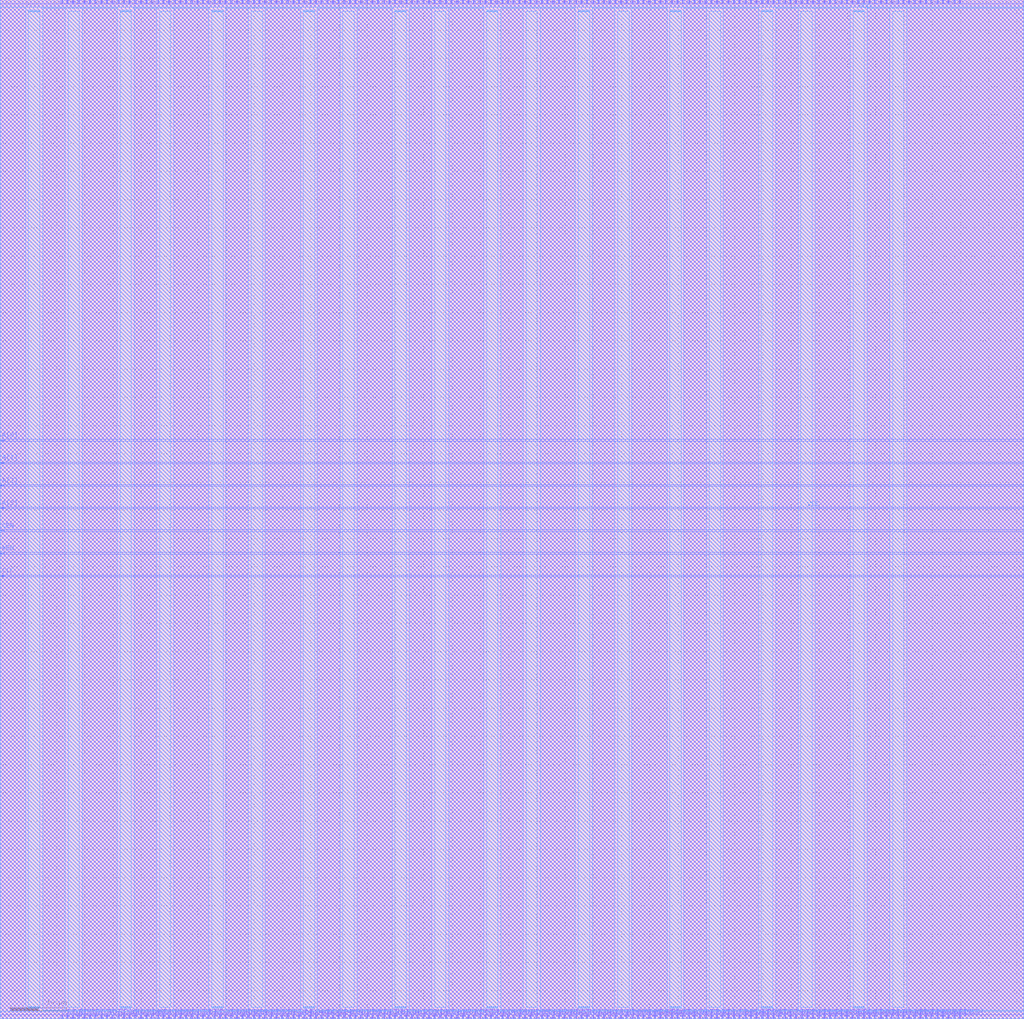
<source format=lef>
##
## LEF for PtnCells ;
## created by Innovus v15.23-s045_1 on Mon Mar 17 12:27:06 2025
##

VERSION 5.8 ;

BUSBITCHARS "[]" ;
DIVIDERCHAR "/" ;

MACRO sram_w8_160b
  CLASS BLOCK ;
  SIZE 181.2000 BY 180.4000 ;
  FOREIGN sram_w8_160b 0.0000 0.0000 ;
  ORIGIN 0 0 ;
  SYMMETRY X Y R90 ;
  PIN CLK
    DIRECTION INPUT ;
    USE SIGNAL ;
    PORT
      LAYER M3 ;
        RECT 0.0000 78.3500 0.6000 78.4500 ;
    END
  END CLK
  PIN D[159]
    DIRECTION INPUT ;
    USE SIGNAL ;
    PORT
      LAYER M2 ;
        RECT 169.8500 0.0000 169.9500 0.6000 ;
    END
  END D[159]
  PIN D[158]
    DIRECTION INPUT ;
    USE SIGNAL ;
    PORT
      LAYER M2 ;
        RECT 168.8500 0.0000 168.9500 0.6000 ;
    END
  END D[158]
  PIN D[157]
    DIRECTION INPUT ;
    USE SIGNAL ;
    PORT
      LAYER M2 ;
        RECT 167.8500 0.0000 167.9500 0.6000 ;
    END
  END D[157]
  PIN D[156]
    DIRECTION INPUT ;
    USE SIGNAL ;
    PORT
      LAYER M2 ;
        RECT 166.8500 0.0000 166.9500 0.6000 ;
    END
  END D[156]
  PIN D[155]
    DIRECTION INPUT ;
    USE SIGNAL ;
    PORT
      LAYER M2 ;
        RECT 165.8500 0.0000 165.9500 0.6000 ;
    END
  END D[155]
  PIN D[154]
    DIRECTION INPUT ;
    USE SIGNAL ;
    PORT
      LAYER M2 ;
        RECT 164.8500 0.0000 164.9500 0.6000 ;
    END
  END D[154]
  PIN D[153]
    DIRECTION INPUT ;
    USE SIGNAL ;
    PORT
      LAYER M2 ;
        RECT 163.8500 0.0000 163.9500 0.6000 ;
    END
  END D[153]
  PIN D[152]
    DIRECTION INPUT ;
    USE SIGNAL ;
    PORT
      LAYER M2 ;
        RECT 162.8500 0.0000 162.9500 0.6000 ;
    END
  END D[152]
  PIN D[151]
    DIRECTION INPUT ;
    USE SIGNAL ;
    PORT
      LAYER M2 ;
        RECT 161.8500 0.0000 161.9500 0.6000 ;
    END
  END D[151]
  PIN D[150]
    DIRECTION INPUT ;
    USE SIGNAL ;
    PORT
      LAYER M2 ;
        RECT 160.8500 0.0000 160.9500 0.6000 ;
    END
  END D[150]
  PIN D[149]
    DIRECTION INPUT ;
    USE SIGNAL ;
    PORT
      LAYER M2 ;
        RECT 159.8500 0.0000 159.9500 0.6000 ;
    END
  END D[149]
  PIN D[148]
    DIRECTION INPUT ;
    USE SIGNAL ;
    PORT
      LAYER M2 ;
        RECT 158.8500 0.0000 158.9500 0.6000 ;
    END
  END D[148]
  PIN D[147]
    DIRECTION INPUT ;
    USE SIGNAL ;
    PORT
      LAYER M2 ;
        RECT 157.8500 0.0000 157.9500 0.6000 ;
    END
  END D[147]
  PIN D[146]
    DIRECTION INPUT ;
    USE SIGNAL ;
    PORT
      LAYER M2 ;
        RECT 156.8500 0.0000 156.9500 0.6000 ;
    END
  END D[146]
  PIN D[145]
    DIRECTION INPUT ;
    USE SIGNAL ;
    PORT
      LAYER M2 ;
        RECT 155.8500 0.0000 155.9500 0.6000 ;
    END
  END D[145]
  PIN D[144]
    DIRECTION INPUT ;
    USE SIGNAL ;
    PORT
      LAYER M2 ;
        RECT 154.8500 0.0000 154.9500 0.6000 ;
    END
  END D[144]
  PIN D[143]
    DIRECTION INPUT ;
    USE SIGNAL ;
    PORT
      LAYER M2 ;
        RECT 153.8500 0.0000 153.9500 0.6000 ;
    END
  END D[143]
  PIN D[142]
    DIRECTION INPUT ;
    USE SIGNAL ;
    PORT
      LAYER M2 ;
        RECT 152.8500 0.0000 152.9500 0.6000 ;
    END
  END D[142]
  PIN D[141]
    DIRECTION INPUT ;
    USE SIGNAL ;
    PORT
      LAYER M2 ;
        RECT 151.8500 0.0000 151.9500 0.6000 ;
    END
  END D[141]
  PIN D[140]
    DIRECTION INPUT ;
    USE SIGNAL ;
    PORT
      LAYER M2 ;
        RECT 150.8500 0.0000 150.9500 0.6000 ;
    END
  END D[140]
  PIN D[139]
    DIRECTION INPUT ;
    USE SIGNAL ;
    PORT
      LAYER M2 ;
        RECT 149.8500 0.0000 149.9500 0.6000 ;
    END
  END D[139]
  PIN D[138]
    DIRECTION INPUT ;
    USE SIGNAL ;
    PORT
      LAYER M2 ;
        RECT 148.8500 0.0000 148.9500 0.6000 ;
    END
  END D[138]
  PIN D[137]
    DIRECTION INPUT ;
    USE SIGNAL ;
    PORT
      LAYER M2 ;
        RECT 147.8500 0.0000 147.9500 0.6000 ;
    END
  END D[137]
  PIN D[136]
    DIRECTION INPUT ;
    USE SIGNAL ;
    PORT
      LAYER M2 ;
        RECT 146.8500 0.0000 146.9500 0.6000 ;
    END
  END D[136]
  PIN D[135]
    DIRECTION INPUT ;
    USE SIGNAL ;
    PORT
      LAYER M2 ;
        RECT 145.8500 0.0000 145.9500 0.6000 ;
    END
  END D[135]
  PIN D[134]
    DIRECTION INPUT ;
    USE SIGNAL ;
    PORT
      LAYER M2 ;
        RECT 144.8500 0.0000 144.9500 0.6000 ;
    END
  END D[134]
  PIN D[133]
    DIRECTION INPUT ;
    USE SIGNAL ;
    PORT
      LAYER M2 ;
        RECT 143.8500 0.0000 143.9500 0.6000 ;
    END
  END D[133]
  PIN D[132]
    DIRECTION INPUT ;
    USE SIGNAL ;
    PORT
      LAYER M2 ;
        RECT 142.8500 0.0000 142.9500 0.6000 ;
    END
  END D[132]
  PIN D[131]
    DIRECTION INPUT ;
    USE SIGNAL ;
    PORT
      LAYER M2 ;
        RECT 141.8500 0.0000 141.9500 0.6000 ;
    END
  END D[131]
  PIN D[130]
    DIRECTION INPUT ;
    USE SIGNAL ;
    PORT
      LAYER M2 ;
        RECT 140.8500 0.0000 140.9500 0.6000 ;
    END
  END D[130]
  PIN D[129]
    DIRECTION INPUT ;
    USE SIGNAL ;
    PORT
      LAYER M2 ;
        RECT 139.8500 0.0000 139.9500 0.6000 ;
    END
  END D[129]
  PIN D[128]
    DIRECTION INPUT ;
    USE SIGNAL ;
    PORT
      LAYER M2 ;
        RECT 138.8500 0.0000 138.9500 0.6000 ;
    END
  END D[128]
  PIN D[127]
    DIRECTION INPUT ;
    USE SIGNAL ;
    PORT
      LAYER M2 ;
        RECT 137.8500 0.0000 137.9500 0.6000 ;
    END
  END D[127]
  PIN D[126]
    DIRECTION INPUT ;
    USE SIGNAL ;
    PORT
      LAYER M2 ;
        RECT 136.8500 0.0000 136.9500 0.6000 ;
    END
  END D[126]
  PIN D[125]
    DIRECTION INPUT ;
    USE SIGNAL ;
    PORT
      LAYER M2 ;
        RECT 135.8500 0.0000 135.9500 0.6000 ;
    END
  END D[125]
  PIN D[124]
    DIRECTION INPUT ;
    USE SIGNAL ;
    PORT
      LAYER M2 ;
        RECT 134.8500 0.0000 134.9500 0.6000 ;
    END
  END D[124]
  PIN D[123]
    DIRECTION INPUT ;
    USE SIGNAL ;
    PORT
      LAYER M2 ;
        RECT 133.8500 0.0000 133.9500 0.6000 ;
    END
  END D[123]
  PIN D[122]
    DIRECTION INPUT ;
    USE SIGNAL ;
    PORT
      LAYER M2 ;
        RECT 132.8500 0.0000 132.9500 0.6000 ;
    END
  END D[122]
  PIN D[121]
    DIRECTION INPUT ;
    USE SIGNAL ;
    PORT
      LAYER M2 ;
        RECT 131.8500 0.0000 131.9500 0.6000 ;
    END
  END D[121]
  PIN D[120]
    DIRECTION INPUT ;
    USE SIGNAL ;
    PORT
      LAYER M2 ;
        RECT 130.8500 0.0000 130.9500 0.6000 ;
    END
  END D[120]
  PIN D[119]
    DIRECTION INPUT ;
    USE SIGNAL ;
    PORT
      LAYER M2 ;
        RECT 129.8500 0.0000 129.9500 0.6000 ;
    END
  END D[119]
  PIN D[118]
    DIRECTION INPUT ;
    USE SIGNAL ;
    PORT
      LAYER M2 ;
        RECT 128.8500 0.0000 128.9500 0.6000 ;
    END
  END D[118]
  PIN D[117]
    DIRECTION INPUT ;
    USE SIGNAL ;
    PORT
      LAYER M2 ;
        RECT 127.8500 0.0000 127.9500 0.6000 ;
    END
  END D[117]
  PIN D[116]
    DIRECTION INPUT ;
    USE SIGNAL ;
    PORT
      LAYER M2 ;
        RECT 126.8500 0.0000 126.9500 0.6000 ;
    END
  END D[116]
  PIN D[115]
    DIRECTION INPUT ;
    USE SIGNAL ;
    PORT
      LAYER M2 ;
        RECT 125.8500 0.0000 125.9500 0.6000 ;
    END
  END D[115]
  PIN D[114]
    DIRECTION INPUT ;
    USE SIGNAL ;
    PORT
      LAYER M2 ;
        RECT 124.8500 0.0000 124.9500 0.6000 ;
    END
  END D[114]
  PIN D[113]
    DIRECTION INPUT ;
    USE SIGNAL ;
    PORT
      LAYER M2 ;
        RECT 123.8500 0.0000 123.9500 0.6000 ;
    END
  END D[113]
  PIN D[112]
    DIRECTION INPUT ;
    USE SIGNAL ;
    PORT
      LAYER M2 ;
        RECT 122.8500 0.0000 122.9500 0.6000 ;
    END
  END D[112]
  PIN D[111]
    DIRECTION INPUT ;
    USE SIGNAL ;
    PORT
      LAYER M2 ;
        RECT 121.8500 0.0000 121.9500 0.6000 ;
    END
  END D[111]
  PIN D[110]
    DIRECTION INPUT ;
    USE SIGNAL ;
    PORT
      LAYER M2 ;
        RECT 120.8500 0.0000 120.9500 0.6000 ;
    END
  END D[110]
  PIN D[109]
    DIRECTION INPUT ;
    USE SIGNAL ;
    PORT
      LAYER M2 ;
        RECT 119.8500 0.0000 119.9500 0.6000 ;
    END
  END D[109]
  PIN D[108]
    DIRECTION INPUT ;
    USE SIGNAL ;
    PORT
      LAYER M2 ;
        RECT 118.8500 0.0000 118.9500 0.6000 ;
    END
  END D[108]
  PIN D[107]
    DIRECTION INPUT ;
    USE SIGNAL ;
    PORT
      LAYER M2 ;
        RECT 117.8500 0.0000 117.9500 0.6000 ;
    END
  END D[107]
  PIN D[106]
    DIRECTION INPUT ;
    USE SIGNAL ;
    PORT
      LAYER M2 ;
        RECT 116.8500 0.0000 116.9500 0.6000 ;
    END
  END D[106]
  PIN D[105]
    DIRECTION INPUT ;
    USE SIGNAL ;
    PORT
      LAYER M2 ;
        RECT 115.8500 0.0000 115.9500 0.6000 ;
    END
  END D[105]
  PIN D[104]
    DIRECTION INPUT ;
    USE SIGNAL ;
    PORT
      LAYER M2 ;
        RECT 114.8500 0.0000 114.9500 0.6000 ;
    END
  END D[104]
  PIN D[103]
    DIRECTION INPUT ;
    USE SIGNAL ;
    PORT
      LAYER M2 ;
        RECT 113.8500 0.0000 113.9500 0.6000 ;
    END
  END D[103]
  PIN D[102]
    DIRECTION INPUT ;
    USE SIGNAL ;
    PORT
      LAYER M2 ;
        RECT 112.8500 0.0000 112.9500 0.6000 ;
    END
  END D[102]
  PIN D[101]
    DIRECTION INPUT ;
    USE SIGNAL ;
    PORT
      LAYER M2 ;
        RECT 111.8500 0.0000 111.9500 0.6000 ;
    END
  END D[101]
  PIN D[100]
    DIRECTION INPUT ;
    USE SIGNAL ;
    PORT
      LAYER M2 ;
        RECT 110.8500 0.0000 110.9500 0.6000 ;
    END
  END D[100]
  PIN D[99]
    DIRECTION INPUT ;
    USE SIGNAL ;
    PORT
      LAYER M2 ;
        RECT 109.8500 0.0000 109.9500 0.6000 ;
    END
  END D[99]
  PIN D[98]
    DIRECTION INPUT ;
    USE SIGNAL ;
    PORT
      LAYER M2 ;
        RECT 108.8500 0.0000 108.9500 0.6000 ;
    END
  END D[98]
  PIN D[97]
    DIRECTION INPUT ;
    USE SIGNAL ;
    PORT
      LAYER M2 ;
        RECT 107.8500 0.0000 107.9500 0.6000 ;
    END
  END D[97]
  PIN D[96]
    DIRECTION INPUT ;
    USE SIGNAL ;
    PORT
      LAYER M2 ;
        RECT 106.8500 0.0000 106.9500 0.6000 ;
    END
  END D[96]
  PIN D[95]
    DIRECTION INPUT ;
    USE SIGNAL ;
    PORT
      LAYER M2 ;
        RECT 105.8500 0.0000 105.9500 0.6000 ;
    END
  END D[95]
  PIN D[94]
    DIRECTION INPUT ;
    USE SIGNAL ;
    PORT
      LAYER M2 ;
        RECT 104.8500 0.0000 104.9500 0.6000 ;
    END
  END D[94]
  PIN D[93]
    DIRECTION INPUT ;
    USE SIGNAL ;
    PORT
      LAYER M2 ;
        RECT 103.8500 0.0000 103.9500 0.6000 ;
    END
  END D[93]
  PIN D[92]
    DIRECTION INPUT ;
    USE SIGNAL ;
    PORT
      LAYER M2 ;
        RECT 102.8500 0.0000 102.9500 0.6000 ;
    END
  END D[92]
  PIN D[91]
    DIRECTION INPUT ;
    USE SIGNAL ;
    PORT
      LAYER M2 ;
        RECT 101.8500 0.0000 101.9500 0.6000 ;
    END
  END D[91]
  PIN D[90]
    DIRECTION INPUT ;
    USE SIGNAL ;
    PORT
      LAYER M2 ;
        RECT 100.8500 0.0000 100.9500 0.6000 ;
    END
  END D[90]
  PIN D[89]
    DIRECTION INPUT ;
    USE SIGNAL ;
    PORT
      LAYER M2 ;
        RECT 99.8500 0.0000 99.9500 0.6000 ;
    END
  END D[89]
  PIN D[88]
    DIRECTION INPUT ;
    USE SIGNAL ;
    PORT
      LAYER M2 ;
        RECT 98.8500 0.0000 98.9500 0.6000 ;
    END
  END D[88]
  PIN D[87]
    DIRECTION INPUT ;
    USE SIGNAL ;
    PORT
      LAYER M2 ;
        RECT 97.8500 0.0000 97.9500 0.6000 ;
    END
  END D[87]
  PIN D[86]
    DIRECTION INPUT ;
    USE SIGNAL ;
    PORT
      LAYER M2 ;
        RECT 96.8500 0.0000 96.9500 0.6000 ;
    END
  END D[86]
  PIN D[85]
    DIRECTION INPUT ;
    USE SIGNAL ;
    PORT
      LAYER M2 ;
        RECT 95.8500 0.0000 95.9500 0.6000 ;
    END
  END D[85]
  PIN D[84]
    DIRECTION INPUT ;
    USE SIGNAL ;
    PORT
      LAYER M2 ;
        RECT 94.8500 0.0000 94.9500 0.6000 ;
    END
  END D[84]
  PIN D[83]
    DIRECTION INPUT ;
    USE SIGNAL ;
    PORT
      LAYER M2 ;
        RECT 93.8500 0.0000 93.9500 0.6000 ;
    END
  END D[83]
  PIN D[82]
    DIRECTION INPUT ;
    USE SIGNAL ;
    PORT
      LAYER M2 ;
        RECT 92.8500 0.0000 92.9500 0.6000 ;
    END
  END D[82]
  PIN D[81]
    DIRECTION INPUT ;
    USE SIGNAL ;
    PORT
      LAYER M2 ;
        RECT 91.8500 0.0000 91.9500 0.6000 ;
    END
  END D[81]
  PIN D[80]
    DIRECTION INPUT ;
    USE SIGNAL ;
    PORT
      LAYER M2 ;
        RECT 90.8500 0.0000 90.9500 0.6000 ;
    END
  END D[80]
  PIN D[79]
    DIRECTION INPUT ;
    USE SIGNAL ;
    PORT
      LAYER M2 ;
        RECT 89.8500 0.0000 89.9500 0.6000 ;
    END
  END D[79]
  PIN D[78]
    DIRECTION INPUT ;
    USE SIGNAL ;
    PORT
      LAYER M2 ;
        RECT 88.8500 0.0000 88.9500 0.6000 ;
    END
  END D[78]
  PIN D[77]
    DIRECTION INPUT ;
    USE SIGNAL ;
    PORT
      LAYER M2 ;
        RECT 87.8500 0.0000 87.9500 0.6000 ;
    END
  END D[77]
  PIN D[76]
    DIRECTION INPUT ;
    USE SIGNAL ;
    PORT
      LAYER M2 ;
        RECT 86.8500 0.0000 86.9500 0.6000 ;
    END
  END D[76]
  PIN D[75]
    DIRECTION INPUT ;
    USE SIGNAL ;
    PORT
      LAYER M2 ;
        RECT 85.8500 0.0000 85.9500 0.6000 ;
    END
  END D[75]
  PIN D[74]
    DIRECTION INPUT ;
    USE SIGNAL ;
    PORT
      LAYER M2 ;
        RECT 84.8500 0.0000 84.9500 0.6000 ;
    END
  END D[74]
  PIN D[73]
    DIRECTION INPUT ;
    USE SIGNAL ;
    PORT
      LAYER M2 ;
        RECT 83.8500 0.0000 83.9500 0.6000 ;
    END
  END D[73]
  PIN D[72]
    DIRECTION INPUT ;
    USE SIGNAL ;
    PORT
      LAYER M2 ;
        RECT 82.8500 0.0000 82.9500 0.6000 ;
    END
  END D[72]
  PIN D[71]
    DIRECTION INPUT ;
    USE SIGNAL ;
    PORT
      LAYER M2 ;
        RECT 81.8500 0.0000 81.9500 0.6000 ;
    END
  END D[71]
  PIN D[70]
    DIRECTION INPUT ;
    USE SIGNAL ;
    PORT
      LAYER M2 ;
        RECT 80.8500 0.0000 80.9500 0.6000 ;
    END
  END D[70]
  PIN D[69]
    DIRECTION INPUT ;
    USE SIGNAL ;
    PORT
      LAYER M2 ;
        RECT 79.8500 0.0000 79.9500 0.6000 ;
    END
  END D[69]
  PIN D[68]
    DIRECTION INPUT ;
    USE SIGNAL ;
    PORT
      LAYER M2 ;
        RECT 78.8500 0.0000 78.9500 0.6000 ;
    END
  END D[68]
  PIN D[67]
    DIRECTION INPUT ;
    USE SIGNAL ;
    PORT
      LAYER M2 ;
        RECT 77.8500 0.0000 77.9500 0.6000 ;
    END
  END D[67]
  PIN D[66]
    DIRECTION INPUT ;
    USE SIGNAL ;
    PORT
      LAYER M2 ;
        RECT 76.8500 0.0000 76.9500 0.6000 ;
    END
  END D[66]
  PIN D[65]
    DIRECTION INPUT ;
    USE SIGNAL ;
    PORT
      LAYER M2 ;
        RECT 75.8500 0.0000 75.9500 0.6000 ;
    END
  END D[65]
  PIN D[64]
    DIRECTION INPUT ;
    USE SIGNAL ;
    PORT
      LAYER M2 ;
        RECT 74.8500 0.0000 74.9500 0.6000 ;
    END
  END D[64]
  PIN D[63]
    DIRECTION INPUT ;
    USE SIGNAL ;
    PORT
      LAYER M2 ;
        RECT 73.8500 0.0000 73.9500 0.6000 ;
    END
  END D[63]
  PIN D[62]
    DIRECTION INPUT ;
    USE SIGNAL ;
    PORT
      LAYER M2 ;
        RECT 72.8500 0.0000 72.9500 0.6000 ;
    END
  END D[62]
  PIN D[61]
    DIRECTION INPUT ;
    USE SIGNAL ;
    PORT
      LAYER M2 ;
        RECT 71.8500 0.0000 71.9500 0.6000 ;
    END
  END D[61]
  PIN D[60]
    DIRECTION INPUT ;
    USE SIGNAL ;
    PORT
      LAYER M2 ;
        RECT 70.8500 0.0000 70.9500 0.6000 ;
    END
  END D[60]
  PIN D[59]
    DIRECTION INPUT ;
    USE SIGNAL ;
    PORT
      LAYER M2 ;
        RECT 69.8500 0.0000 69.9500 0.6000 ;
    END
  END D[59]
  PIN D[58]
    DIRECTION INPUT ;
    USE SIGNAL ;
    PORT
      LAYER M2 ;
        RECT 68.8500 0.0000 68.9500 0.6000 ;
    END
  END D[58]
  PIN D[57]
    DIRECTION INPUT ;
    USE SIGNAL ;
    PORT
      LAYER M2 ;
        RECT 67.8500 0.0000 67.9500 0.6000 ;
    END
  END D[57]
  PIN D[56]
    DIRECTION INPUT ;
    USE SIGNAL ;
    PORT
      LAYER M2 ;
        RECT 66.8500 0.0000 66.9500 0.6000 ;
    END
  END D[56]
  PIN D[55]
    DIRECTION INPUT ;
    USE SIGNAL ;
    PORT
      LAYER M2 ;
        RECT 65.8500 0.0000 65.9500 0.6000 ;
    END
  END D[55]
  PIN D[54]
    DIRECTION INPUT ;
    USE SIGNAL ;
    PORT
      LAYER M2 ;
        RECT 64.8500 0.0000 64.9500 0.6000 ;
    END
  END D[54]
  PIN D[53]
    DIRECTION INPUT ;
    USE SIGNAL ;
    PORT
      LAYER M2 ;
        RECT 63.8500 0.0000 63.9500 0.6000 ;
    END
  END D[53]
  PIN D[52]
    DIRECTION INPUT ;
    USE SIGNAL ;
    PORT
      LAYER M2 ;
        RECT 62.8500 0.0000 62.9500 0.6000 ;
    END
  END D[52]
  PIN D[51]
    DIRECTION INPUT ;
    USE SIGNAL ;
    PORT
      LAYER M2 ;
        RECT 61.8500 0.0000 61.9500 0.6000 ;
    END
  END D[51]
  PIN D[50]
    DIRECTION INPUT ;
    USE SIGNAL ;
    PORT
      LAYER M2 ;
        RECT 60.8500 0.0000 60.9500 0.6000 ;
    END
  END D[50]
  PIN D[49]
    DIRECTION INPUT ;
    USE SIGNAL ;
    PORT
      LAYER M2 ;
        RECT 59.8500 0.0000 59.9500 0.6000 ;
    END
  END D[49]
  PIN D[48]
    DIRECTION INPUT ;
    USE SIGNAL ;
    PORT
      LAYER M2 ;
        RECT 58.8500 0.0000 58.9500 0.6000 ;
    END
  END D[48]
  PIN D[47]
    DIRECTION INPUT ;
    USE SIGNAL ;
    PORT
      LAYER M2 ;
        RECT 57.8500 0.0000 57.9500 0.6000 ;
    END
  END D[47]
  PIN D[46]
    DIRECTION INPUT ;
    USE SIGNAL ;
    PORT
      LAYER M2 ;
        RECT 56.8500 0.0000 56.9500 0.6000 ;
    END
  END D[46]
  PIN D[45]
    DIRECTION INPUT ;
    USE SIGNAL ;
    PORT
      LAYER M2 ;
        RECT 55.8500 0.0000 55.9500 0.6000 ;
    END
  END D[45]
  PIN D[44]
    DIRECTION INPUT ;
    USE SIGNAL ;
    PORT
      LAYER M2 ;
        RECT 54.8500 0.0000 54.9500 0.6000 ;
    END
  END D[44]
  PIN D[43]
    DIRECTION INPUT ;
    USE SIGNAL ;
    PORT
      LAYER M2 ;
        RECT 53.8500 0.0000 53.9500 0.6000 ;
    END
  END D[43]
  PIN D[42]
    DIRECTION INPUT ;
    USE SIGNAL ;
    PORT
      LAYER M2 ;
        RECT 52.8500 0.0000 52.9500 0.6000 ;
    END
  END D[42]
  PIN D[41]
    DIRECTION INPUT ;
    USE SIGNAL ;
    PORT
      LAYER M2 ;
        RECT 51.8500 0.0000 51.9500 0.6000 ;
    END
  END D[41]
  PIN D[40]
    DIRECTION INPUT ;
    USE SIGNAL ;
    PORT
      LAYER M2 ;
        RECT 50.8500 0.0000 50.9500 0.6000 ;
    END
  END D[40]
  PIN D[39]
    DIRECTION INPUT ;
    USE SIGNAL ;
    PORT
      LAYER M2 ;
        RECT 49.8500 0.0000 49.9500 0.6000 ;
    END
  END D[39]
  PIN D[38]
    DIRECTION INPUT ;
    USE SIGNAL ;
    PORT
      LAYER M2 ;
        RECT 48.8500 0.0000 48.9500 0.6000 ;
    END
  END D[38]
  PIN D[37]
    DIRECTION INPUT ;
    USE SIGNAL ;
    PORT
      LAYER M2 ;
        RECT 47.8500 0.0000 47.9500 0.6000 ;
    END
  END D[37]
  PIN D[36]
    DIRECTION INPUT ;
    USE SIGNAL ;
    PORT
      LAYER M2 ;
        RECT 46.8500 0.0000 46.9500 0.6000 ;
    END
  END D[36]
  PIN D[35]
    DIRECTION INPUT ;
    USE SIGNAL ;
    PORT
      LAYER M2 ;
        RECT 45.8500 0.0000 45.9500 0.6000 ;
    END
  END D[35]
  PIN D[34]
    DIRECTION INPUT ;
    USE SIGNAL ;
    PORT
      LAYER M2 ;
        RECT 44.8500 0.0000 44.9500 0.6000 ;
    END
  END D[34]
  PIN D[33]
    DIRECTION INPUT ;
    USE SIGNAL ;
    PORT
      LAYER M2 ;
        RECT 43.8500 0.0000 43.9500 0.6000 ;
    END
  END D[33]
  PIN D[32]
    DIRECTION INPUT ;
    USE SIGNAL ;
    PORT
      LAYER M2 ;
        RECT 42.8500 0.0000 42.9500 0.6000 ;
    END
  END D[32]
  PIN D[31]
    DIRECTION INPUT ;
    USE SIGNAL ;
    PORT
      LAYER M2 ;
        RECT 41.8500 0.0000 41.9500 0.6000 ;
    END
  END D[31]
  PIN D[30]
    DIRECTION INPUT ;
    USE SIGNAL ;
    PORT
      LAYER M2 ;
        RECT 40.8500 0.0000 40.9500 0.6000 ;
    END
  END D[30]
  PIN D[29]
    DIRECTION INPUT ;
    USE SIGNAL ;
    PORT
      LAYER M2 ;
        RECT 39.8500 0.0000 39.9500 0.6000 ;
    END
  END D[29]
  PIN D[28]
    DIRECTION INPUT ;
    USE SIGNAL ;
    PORT
      LAYER M2 ;
        RECT 38.8500 0.0000 38.9500 0.6000 ;
    END
  END D[28]
  PIN D[27]
    DIRECTION INPUT ;
    USE SIGNAL ;
    PORT
      LAYER M2 ;
        RECT 37.8500 0.0000 37.9500 0.6000 ;
    END
  END D[27]
  PIN D[26]
    DIRECTION INPUT ;
    USE SIGNAL ;
    PORT
      LAYER M2 ;
        RECT 36.8500 0.0000 36.9500 0.6000 ;
    END
  END D[26]
  PIN D[25]
    DIRECTION INPUT ;
    USE SIGNAL ;
    PORT
      LAYER M2 ;
        RECT 35.8500 0.0000 35.9500 0.6000 ;
    END
  END D[25]
  PIN D[24]
    DIRECTION INPUT ;
    USE SIGNAL ;
    PORT
      LAYER M2 ;
        RECT 34.8500 0.0000 34.9500 0.6000 ;
    END
  END D[24]
  PIN D[23]
    DIRECTION INPUT ;
    USE SIGNAL ;
    PORT
      LAYER M2 ;
        RECT 33.8500 0.0000 33.9500 0.6000 ;
    END
  END D[23]
  PIN D[22]
    DIRECTION INPUT ;
    USE SIGNAL ;
    PORT
      LAYER M2 ;
        RECT 32.8500 0.0000 32.9500 0.6000 ;
    END
  END D[22]
  PIN D[21]
    DIRECTION INPUT ;
    USE SIGNAL ;
    PORT
      LAYER M2 ;
        RECT 31.8500 0.0000 31.9500 0.6000 ;
    END
  END D[21]
  PIN D[20]
    DIRECTION INPUT ;
    USE SIGNAL ;
    PORT
      LAYER M2 ;
        RECT 30.8500 0.0000 30.9500 0.6000 ;
    END
  END D[20]
  PIN D[19]
    DIRECTION INPUT ;
    USE SIGNAL ;
    PORT
      LAYER M2 ;
        RECT 29.8500 0.0000 29.9500 0.6000 ;
    END
  END D[19]
  PIN D[18]
    DIRECTION INPUT ;
    USE SIGNAL ;
    PORT
      LAYER M2 ;
        RECT 28.8500 0.0000 28.9500 0.6000 ;
    END
  END D[18]
  PIN D[17]
    DIRECTION INPUT ;
    USE SIGNAL ;
    PORT
      LAYER M2 ;
        RECT 27.8500 0.0000 27.9500 0.6000 ;
    END
  END D[17]
  PIN D[16]
    DIRECTION INPUT ;
    USE SIGNAL ;
    PORT
      LAYER M2 ;
        RECT 26.8500 0.0000 26.9500 0.6000 ;
    END
  END D[16]
  PIN D[15]
    DIRECTION INPUT ;
    USE SIGNAL ;
    PORT
      LAYER M2 ;
        RECT 25.8500 0.0000 25.9500 0.6000 ;
    END
  END D[15]
  PIN D[14]
    DIRECTION INPUT ;
    USE SIGNAL ;
    PORT
      LAYER M2 ;
        RECT 24.8500 0.0000 24.9500 0.6000 ;
    END
  END D[14]
  PIN D[13]
    DIRECTION INPUT ;
    USE SIGNAL ;
    PORT
      LAYER M2 ;
        RECT 23.8500 0.0000 23.9500 0.6000 ;
    END
  END D[13]
  PIN D[12]
    DIRECTION INPUT ;
    USE SIGNAL ;
    PORT
      LAYER M2 ;
        RECT 22.8500 0.0000 22.9500 0.6000 ;
    END
  END D[12]
  PIN D[11]
    DIRECTION INPUT ;
    USE SIGNAL ;
    PORT
      LAYER M2 ;
        RECT 21.8500 0.0000 21.9500 0.6000 ;
    END
  END D[11]
  PIN D[10]
    DIRECTION INPUT ;
    USE SIGNAL ;
    PORT
      LAYER M2 ;
        RECT 20.8500 0.0000 20.9500 0.6000 ;
    END
  END D[10]
  PIN D[9]
    DIRECTION INPUT ;
    USE SIGNAL ;
    PORT
      LAYER M2 ;
        RECT 19.8500 0.0000 19.9500 0.6000 ;
    END
  END D[9]
  PIN D[8]
    DIRECTION INPUT ;
    USE SIGNAL ;
    PORT
      LAYER M2 ;
        RECT 18.8500 0.0000 18.9500 0.6000 ;
    END
  END D[8]
  PIN D[7]
    DIRECTION INPUT ;
    USE SIGNAL ;
    PORT
      LAYER M2 ;
        RECT 17.8500 0.0000 17.9500 0.6000 ;
    END
  END D[7]
  PIN D[6]
    DIRECTION INPUT ;
    USE SIGNAL ;
    PORT
      LAYER M2 ;
        RECT 16.8500 0.0000 16.9500 0.6000 ;
    END
  END D[6]
  PIN D[5]
    DIRECTION INPUT ;
    USE SIGNAL ;
    PORT
      LAYER M2 ;
        RECT 15.8500 0.0000 15.9500 0.6000 ;
    END
  END D[5]
  PIN D[4]
    DIRECTION INPUT ;
    USE SIGNAL ;
    PORT
      LAYER M2 ;
        RECT 14.8500 0.0000 14.9500 0.6000 ;
    END
  END D[4]
  PIN D[3]
    DIRECTION INPUT ;
    USE SIGNAL ;
    PORT
      LAYER M2 ;
        RECT 13.8500 0.0000 13.9500 0.6000 ;
    END
  END D[3]
  PIN D[2]
    DIRECTION INPUT ;
    USE SIGNAL ;
    PORT
      LAYER M2 ;
        RECT 12.8500 0.0000 12.9500 0.6000 ;
    END
  END D[2]
  PIN D[1]
    DIRECTION INPUT ;
    USE SIGNAL ;
    PORT
      LAYER M2 ;
        RECT 11.8500 0.0000 11.9500 0.6000 ;
    END
  END D[1]
  PIN D[0]
    DIRECTION INPUT ;
    USE SIGNAL ;
    PORT
      LAYER M2 ;
        RECT 10.8500 0.0000 10.9500 0.6000 ;
    END
  END D[0]
  PIN Q[159]
    DIRECTION OUTPUT ;
    USE SIGNAL ;
    PORT
      LAYER M2 ;
        RECT 169.8500 179.8000 169.9500 180.4000 ;
    END
  END Q[159]
  PIN Q[158]
    DIRECTION OUTPUT ;
    USE SIGNAL ;
    PORT
      LAYER M2 ;
        RECT 168.8500 179.8000 168.9500 180.4000 ;
    END
  END Q[158]
  PIN Q[157]
    DIRECTION OUTPUT ;
    USE SIGNAL ;
    PORT
      LAYER M2 ;
        RECT 167.8500 179.8000 167.9500 180.4000 ;
    END
  END Q[157]
  PIN Q[156]
    DIRECTION OUTPUT ;
    USE SIGNAL ;
    PORT
      LAYER M2 ;
        RECT 166.8500 179.8000 166.9500 180.4000 ;
    END
  END Q[156]
  PIN Q[155]
    DIRECTION OUTPUT ;
    USE SIGNAL ;
    PORT
      LAYER M2 ;
        RECT 165.8500 179.8000 165.9500 180.4000 ;
    END
  END Q[155]
  PIN Q[154]
    DIRECTION OUTPUT ;
    USE SIGNAL ;
    PORT
      LAYER M2 ;
        RECT 164.8500 179.8000 164.9500 180.4000 ;
    END
  END Q[154]
  PIN Q[153]
    DIRECTION OUTPUT ;
    USE SIGNAL ;
    PORT
      LAYER M2 ;
        RECT 163.8500 179.8000 163.9500 180.4000 ;
    END
  END Q[153]
  PIN Q[152]
    DIRECTION OUTPUT ;
    USE SIGNAL ;
    PORT
      LAYER M2 ;
        RECT 162.8500 179.8000 162.9500 180.4000 ;
    END
  END Q[152]
  PIN Q[151]
    DIRECTION OUTPUT ;
    USE SIGNAL ;
    PORT
      LAYER M2 ;
        RECT 161.8500 179.8000 161.9500 180.4000 ;
    END
  END Q[151]
  PIN Q[150]
    DIRECTION OUTPUT ;
    USE SIGNAL ;
    PORT
      LAYER M2 ;
        RECT 160.8500 179.8000 160.9500 180.4000 ;
    END
  END Q[150]
  PIN Q[149]
    DIRECTION OUTPUT ;
    USE SIGNAL ;
    PORT
      LAYER M2 ;
        RECT 159.8500 179.8000 159.9500 180.4000 ;
    END
  END Q[149]
  PIN Q[148]
    DIRECTION OUTPUT ;
    USE SIGNAL ;
    PORT
      LAYER M2 ;
        RECT 158.8500 179.8000 158.9500 180.4000 ;
    END
  END Q[148]
  PIN Q[147]
    DIRECTION OUTPUT ;
    USE SIGNAL ;
    PORT
      LAYER M2 ;
        RECT 157.8500 179.8000 157.9500 180.4000 ;
    END
  END Q[147]
  PIN Q[146]
    DIRECTION OUTPUT ;
    USE SIGNAL ;
    PORT
      LAYER M2 ;
        RECT 156.8500 179.8000 156.9500 180.4000 ;
    END
  END Q[146]
  PIN Q[145]
    DIRECTION OUTPUT ;
    USE SIGNAL ;
    PORT
      LAYER M2 ;
        RECT 155.8500 179.8000 155.9500 180.4000 ;
    END
  END Q[145]
  PIN Q[144]
    DIRECTION OUTPUT ;
    USE SIGNAL ;
    PORT
      LAYER M2 ;
        RECT 154.8500 179.8000 154.9500 180.4000 ;
    END
  END Q[144]
  PIN Q[143]
    DIRECTION OUTPUT ;
    USE SIGNAL ;
    PORT
      LAYER M2 ;
        RECT 153.8500 179.8000 153.9500 180.4000 ;
    END
  END Q[143]
  PIN Q[142]
    DIRECTION OUTPUT ;
    USE SIGNAL ;
    PORT
      LAYER M2 ;
        RECT 152.8500 179.8000 152.9500 180.4000 ;
    END
  END Q[142]
  PIN Q[141]
    DIRECTION OUTPUT ;
    USE SIGNAL ;
    PORT
      LAYER M2 ;
        RECT 151.8500 179.8000 151.9500 180.4000 ;
    END
  END Q[141]
  PIN Q[140]
    DIRECTION OUTPUT ;
    USE SIGNAL ;
    PORT
      LAYER M2 ;
        RECT 150.8500 179.8000 150.9500 180.4000 ;
    END
  END Q[140]
  PIN Q[139]
    DIRECTION OUTPUT ;
    USE SIGNAL ;
    PORT
      LAYER M2 ;
        RECT 149.8500 179.8000 149.9500 180.4000 ;
    END
  END Q[139]
  PIN Q[138]
    DIRECTION OUTPUT ;
    USE SIGNAL ;
    PORT
      LAYER M2 ;
        RECT 148.8500 179.8000 148.9500 180.4000 ;
    END
  END Q[138]
  PIN Q[137]
    DIRECTION OUTPUT ;
    USE SIGNAL ;
    PORT
      LAYER M2 ;
        RECT 147.8500 179.8000 147.9500 180.4000 ;
    END
  END Q[137]
  PIN Q[136]
    DIRECTION OUTPUT ;
    USE SIGNAL ;
    PORT
      LAYER M2 ;
        RECT 146.8500 179.8000 146.9500 180.4000 ;
    END
  END Q[136]
  PIN Q[135]
    DIRECTION OUTPUT ;
    USE SIGNAL ;
    PORT
      LAYER M2 ;
        RECT 145.8500 179.8000 145.9500 180.4000 ;
    END
  END Q[135]
  PIN Q[134]
    DIRECTION OUTPUT ;
    USE SIGNAL ;
    PORT
      LAYER M2 ;
        RECT 144.8500 179.8000 144.9500 180.4000 ;
    END
  END Q[134]
  PIN Q[133]
    DIRECTION OUTPUT ;
    USE SIGNAL ;
    PORT
      LAYER M2 ;
        RECT 143.8500 179.8000 143.9500 180.4000 ;
    END
  END Q[133]
  PIN Q[132]
    DIRECTION OUTPUT ;
    USE SIGNAL ;
    PORT
      LAYER M2 ;
        RECT 142.8500 179.8000 142.9500 180.4000 ;
    END
  END Q[132]
  PIN Q[131]
    DIRECTION OUTPUT ;
    USE SIGNAL ;
    PORT
      LAYER M2 ;
        RECT 141.8500 179.8000 141.9500 180.4000 ;
    END
  END Q[131]
  PIN Q[130]
    DIRECTION OUTPUT ;
    USE SIGNAL ;
    PORT
      LAYER M2 ;
        RECT 140.8500 179.8000 140.9500 180.4000 ;
    END
  END Q[130]
  PIN Q[129]
    DIRECTION OUTPUT ;
    USE SIGNAL ;
    PORT
      LAYER M2 ;
        RECT 139.8500 179.8000 139.9500 180.4000 ;
    END
  END Q[129]
  PIN Q[128]
    DIRECTION OUTPUT ;
    USE SIGNAL ;
    PORT
      LAYER M2 ;
        RECT 138.8500 179.8000 138.9500 180.4000 ;
    END
  END Q[128]
  PIN Q[127]
    DIRECTION OUTPUT ;
    USE SIGNAL ;
    PORT
      LAYER M2 ;
        RECT 137.8500 179.8000 137.9500 180.4000 ;
    END
  END Q[127]
  PIN Q[126]
    DIRECTION OUTPUT ;
    USE SIGNAL ;
    PORT
      LAYER M2 ;
        RECT 136.8500 179.8000 136.9500 180.4000 ;
    END
  END Q[126]
  PIN Q[125]
    DIRECTION OUTPUT ;
    USE SIGNAL ;
    PORT
      LAYER M2 ;
        RECT 135.8500 179.8000 135.9500 180.4000 ;
    END
  END Q[125]
  PIN Q[124]
    DIRECTION OUTPUT ;
    USE SIGNAL ;
    PORT
      LAYER M2 ;
        RECT 134.8500 179.8000 134.9500 180.4000 ;
    END
  END Q[124]
  PIN Q[123]
    DIRECTION OUTPUT ;
    USE SIGNAL ;
    PORT
      LAYER M2 ;
        RECT 133.8500 179.8000 133.9500 180.4000 ;
    END
  END Q[123]
  PIN Q[122]
    DIRECTION OUTPUT ;
    USE SIGNAL ;
    PORT
      LAYER M2 ;
        RECT 132.8500 179.8000 132.9500 180.4000 ;
    END
  END Q[122]
  PIN Q[121]
    DIRECTION OUTPUT ;
    USE SIGNAL ;
    PORT
      LAYER M2 ;
        RECT 131.8500 179.8000 131.9500 180.4000 ;
    END
  END Q[121]
  PIN Q[120]
    DIRECTION OUTPUT ;
    USE SIGNAL ;
    PORT
      LAYER M2 ;
        RECT 130.8500 179.8000 130.9500 180.4000 ;
    END
  END Q[120]
  PIN Q[119]
    DIRECTION OUTPUT ;
    USE SIGNAL ;
    PORT
      LAYER M2 ;
        RECT 129.8500 179.8000 129.9500 180.4000 ;
    END
  END Q[119]
  PIN Q[118]
    DIRECTION OUTPUT ;
    USE SIGNAL ;
    PORT
      LAYER M2 ;
        RECT 128.8500 179.8000 128.9500 180.4000 ;
    END
  END Q[118]
  PIN Q[117]
    DIRECTION OUTPUT ;
    USE SIGNAL ;
    PORT
      LAYER M2 ;
        RECT 127.8500 179.8000 127.9500 180.4000 ;
    END
  END Q[117]
  PIN Q[116]
    DIRECTION OUTPUT ;
    USE SIGNAL ;
    PORT
      LAYER M2 ;
        RECT 126.8500 179.8000 126.9500 180.4000 ;
    END
  END Q[116]
  PIN Q[115]
    DIRECTION OUTPUT ;
    USE SIGNAL ;
    PORT
      LAYER M2 ;
        RECT 125.8500 179.8000 125.9500 180.4000 ;
    END
  END Q[115]
  PIN Q[114]
    DIRECTION OUTPUT ;
    USE SIGNAL ;
    PORT
      LAYER M2 ;
        RECT 124.8500 179.8000 124.9500 180.4000 ;
    END
  END Q[114]
  PIN Q[113]
    DIRECTION OUTPUT ;
    USE SIGNAL ;
    PORT
      LAYER M2 ;
        RECT 123.8500 179.8000 123.9500 180.4000 ;
    END
  END Q[113]
  PIN Q[112]
    DIRECTION OUTPUT ;
    USE SIGNAL ;
    PORT
      LAYER M2 ;
        RECT 122.8500 179.8000 122.9500 180.4000 ;
    END
  END Q[112]
  PIN Q[111]
    DIRECTION OUTPUT ;
    USE SIGNAL ;
    PORT
      LAYER M2 ;
        RECT 121.8500 179.8000 121.9500 180.4000 ;
    END
  END Q[111]
  PIN Q[110]
    DIRECTION OUTPUT ;
    USE SIGNAL ;
    PORT
      LAYER M2 ;
        RECT 120.8500 179.8000 120.9500 180.4000 ;
    END
  END Q[110]
  PIN Q[109]
    DIRECTION OUTPUT ;
    USE SIGNAL ;
    PORT
      LAYER M2 ;
        RECT 119.8500 179.8000 119.9500 180.4000 ;
    END
  END Q[109]
  PIN Q[108]
    DIRECTION OUTPUT ;
    USE SIGNAL ;
    PORT
      LAYER M2 ;
        RECT 118.8500 179.8000 118.9500 180.4000 ;
    END
  END Q[108]
  PIN Q[107]
    DIRECTION OUTPUT ;
    USE SIGNAL ;
    PORT
      LAYER M2 ;
        RECT 117.8500 179.8000 117.9500 180.4000 ;
    END
  END Q[107]
  PIN Q[106]
    DIRECTION OUTPUT ;
    USE SIGNAL ;
    PORT
      LAYER M2 ;
        RECT 116.8500 179.8000 116.9500 180.4000 ;
    END
  END Q[106]
  PIN Q[105]
    DIRECTION OUTPUT ;
    USE SIGNAL ;
    PORT
      LAYER M2 ;
        RECT 115.8500 179.8000 115.9500 180.4000 ;
    END
  END Q[105]
  PIN Q[104]
    DIRECTION OUTPUT ;
    USE SIGNAL ;
    PORT
      LAYER M2 ;
        RECT 114.8500 179.8000 114.9500 180.4000 ;
    END
  END Q[104]
  PIN Q[103]
    DIRECTION OUTPUT ;
    USE SIGNAL ;
    PORT
      LAYER M2 ;
        RECT 113.8500 179.8000 113.9500 180.4000 ;
    END
  END Q[103]
  PIN Q[102]
    DIRECTION OUTPUT ;
    USE SIGNAL ;
    PORT
      LAYER M2 ;
        RECT 112.8500 179.8000 112.9500 180.4000 ;
    END
  END Q[102]
  PIN Q[101]
    DIRECTION OUTPUT ;
    USE SIGNAL ;
    PORT
      LAYER M2 ;
        RECT 111.8500 179.8000 111.9500 180.4000 ;
    END
  END Q[101]
  PIN Q[100]
    DIRECTION OUTPUT ;
    USE SIGNAL ;
    PORT
      LAYER M2 ;
        RECT 110.8500 179.8000 110.9500 180.4000 ;
    END
  END Q[100]
  PIN Q[99]
    DIRECTION OUTPUT ;
    USE SIGNAL ;
    PORT
      LAYER M2 ;
        RECT 109.8500 179.8000 109.9500 180.4000 ;
    END
  END Q[99]
  PIN Q[98]
    DIRECTION OUTPUT ;
    USE SIGNAL ;
    PORT
      LAYER M2 ;
        RECT 108.8500 179.8000 108.9500 180.4000 ;
    END
  END Q[98]
  PIN Q[97]
    DIRECTION OUTPUT ;
    USE SIGNAL ;
    PORT
      LAYER M2 ;
        RECT 107.8500 179.8000 107.9500 180.4000 ;
    END
  END Q[97]
  PIN Q[96]
    DIRECTION OUTPUT ;
    USE SIGNAL ;
    PORT
      LAYER M2 ;
        RECT 106.8500 179.8000 106.9500 180.4000 ;
    END
  END Q[96]
  PIN Q[95]
    DIRECTION OUTPUT ;
    USE SIGNAL ;
    PORT
      LAYER M2 ;
        RECT 105.8500 179.8000 105.9500 180.4000 ;
    END
  END Q[95]
  PIN Q[94]
    DIRECTION OUTPUT ;
    USE SIGNAL ;
    PORT
      LAYER M2 ;
        RECT 104.8500 179.8000 104.9500 180.4000 ;
    END
  END Q[94]
  PIN Q[93]
    DIRECTION OUTPUT ;
    USE SIGNAL ;
    PORT
      LAYER M2 ;
        RECT 103.8500 179.8000 103.9500 180.4000 ;
    END
  END Q[93]
  PIN Q[92]
    DIRECTION OUTPUT ;
    USE SIGNAL ;
    PORT
      LAYER M2 ;
        RECT 102.8500 179.8000 102.9500 180.4000 ;
    END
  END Q[92]
  PIN Q[91]
    DIRECTION OUTPUT ;
    USE SIGNAL ;
    PORT
      LAYER M2 ;
        RECT 101.8500 179.8000 101.9500 180.4000 ;
    END
  END Q[91]
  PIN Q[90]
    DIRECTION OUTPUT ;
    USE SIGNAL ;
    PORT
      LAYER M2 ;
        RECT 100.8500 179.8000 100.9500 180.4000 ;
    END
  END Q[90]
  PIN Q[89]
    DIRECTION OUTPUT ;
    USE SIGNAL ;
    PORT
      LAYER M2 ;
        RECT 99.8500 179.8000 99.9500 180.4000 ;
    END
  END Q[89]
  PIN Q[88]
    DIRECTION OUTPUT ;
    USE SIGNAL ;
    PORT
      LAYER M2 ;
        RECT 98.8500 179.8000 98.9500 180.4000 ;
    END
  END Q[88]
  PIN Q[87]
    DIRECTION OUTPUT ;
    USE SIGNAL ;
    PORT
      LAYER M2 ;
        RECT 97.8500 179.8000 97.9500 180.4000 ;
    END
  END Q[87]
  PIN Q[86]
    DIRECTION OUTPUT ;
    USE SIGNAL ;
    PORT
      LAYER M2 ;
        RECT 96.8500 179.8000 96.9500 180.4000 ;
    END
  END Q[86]
  PIN Q[85]
    DIRECTION OUTPUT ;
    USE SIGNAL ;
    PORT
      LAYER M2 ;
        RECT 95.8500 179.8000 95.9500 180.4000 ;
    END
  END Q[85]
  PIN Q[84]
    DIRECTION OUTPUT ;
    USE SIGNAL ;
    PORT
      LAYER M2 ;
        RECT 94.8500 179.8000 94.9500 180.4000 ;
    END
  END Q[84]
  PIN Q[83]
    DIRECTION OUTPUT ;
    USE SIGNAL ;
    PORT
      LAYER M2 ;
        RECT 93.8500 179.8000 93.9500 180.4000 ;
    END
  END Q[83]
  PIN Q[82]
    DIRECTION OUTPUT ;
    USE SIGNAL ;
    PORT
      LAYER M2 ;
        RECT 92.8500 179.8000 92.9500 180.4000 ;
    END
  END Q[82]
  PIN Q[81]
    DIRECTION OUTPUT ;
    USE SIGNAL ;
    PORT
      LAYER M2 ;
        RECT 91.8500 179.8000 91.9500 180.4000 ;
    END
  END Q[81]
  PIN Q[80]
    DIRECTION OUTPUT ;
    USE SIGNAL ;
    PORT
      LAYER M2 ;
        RECT 90.8500 179.8000 90.9500 180.4000 ;
    END
  END Q[80]
  PIN Q[79]
    DIRECTION OUTPUT ;
    USE SIGNAL ;
    PORT
      LAYER M2 ;
        RECT 89.8500 179.8000 89.9500 180.4000 ;
    END
  END Q[79]
  PIN Q[78]
    DIRECTION OUTPUT ;
    USE SIGNAL ;
    PORT
      LAYER M2 ;
        RECT 88.8500 179.8000 88.9500 180.4000 ;
    END
  END Q[78]
  PIN Q[77]
    DIRECTION OUTPUT ;
    USE SIGNAL ;
    PORT
      LAYER M2 ;
        RECT 87.8500 179.8000 87.9500 180.4000 ;
    END
  END Q[77]
  PIN Q[76]
    DIRECTION OUTPUT ;
    USE SIGNAL ;
    PORT
      LAYER M2 ;
        RECT 86.8500 179.8000 86.9500 180.4000 ;
    END
  END Q[76]
  PIN Q[75]
    DIRECTION OUTPUT ;
    USE SIGNAL ;
    PORT
      LAYER M2 ;
        RECT 85.8500 179.8000 85.9500 180.4000 ;
    END
  END Q[75]
  PIN Q[74]
    DIRECTION OUTPUT ;
    USE SIGNAL ;
    PORT
      LAYER M2 ;
        RECT 84.8500 179.8000 84.9500 180.4000 ;
    END
  END Q[74]
  PIN Q[73]
    DIRECTION OUTPUT ;
    USE SIGNAL ;
    PORT
      LAYER M2 ;
        RECT 83.8500 179.8000 83.9500 180.4000 ;
    END
  END Q[73]
  PIN Q[72]
    DIRECTION OUTPUT ;
    USE SIGNAL ;
    PORT
      LAYER M2 ;
        RECT 82.8500 179.8000 82.9500 180.4000 ;
    END
  END Q[72]
  PIN Q[71]
    DIRECTION OUTPUT ;
    USE SIGNAL ;
    PORT
      LAYER M2 ;
        RECT 81.8500 179.8000 81.9500 180.4000 ;
    END
  END Q[71]
  PIN Q[70]
    DIRECTION OUTPUT ;
    USE SIGNAL ;
    PORT
      LAYER M2 ;
        RECT 80.8500 179.8000 80.9500 180.4000 ;
    END
  END Q[70]
  PIN Q[69]
    DIRECTION OUTPUT ;
    USE SIGNAL ;
    PORT
      LAYER M2 ;
        RECT 79.8500 179.8000 79.9500 180.4000 ;
    END
  END Q[69]
  PIN Q[68]
    DIRECTION OUTPUT ;
    USE SIGNAL ;
    PORT
      LAYER M2 ;
        RECT 78.8500 179.8000 78.9500 180.4000 ;
    END
  END Q[68]
  PIN Q[67]
    DIRECTION OUTPUT ;
    USE SIGNAL ;
    PORT
      LAYER M2 ;
        RECT 77.8500 179.8000 77.9500 180.4000 ;
    END
  END Q[67]
  PIN Q[66]
    DIRECTION OUTPUT ;
    USE SIGNAL ;
    PORT
      LAYER M2 ;
        RECT 76.8500 179.8000 76.9500 180.4000 ;
    END
  END Q[66]
  PIN Q[65]
    DIRECTION OUTPUT ;
    USE SIGNAL ;
    PORT
      LAYER M2 ;
        RECT 75.8500 179.8000 75.9500 180.4000 ;
    END
  END Q[65]
  PIN Q[64]
    DIRECTION OUTPUT ;
    USE SIGNAL ;
    PORT
      LAYER M2 ;
        RECT 74.8500 179.8000 74.9500 180.4000 ;
    END
  END Q[64]
  PIN Q[63]
    DIRECTION OUTPUT ;
    USE SIGNAL ;
    PORT
      LAYER M2 ;
        RECT 73.8500 179.8000 73.9500 180.4000 ;
    END
  END Q[63]
  PIN Q[62]
    DIRECTION OUTPUT ;
    USE SIGNAL ;
    PORT
      LAYER M2 ;
        RECT 72.8500 179.8000 72.9500 180.4000 ;
    END
  END Q[62]
  PIN Q[61]
    DIRECTION OUTPUT ;
    USE SIGNAL ;
    PORT
      LAYER M2 ;
        RECT 71.8500 179.8000 71.9500 180.4000 ;
    END
  END Q[61]
  PIN Q[60]
    DIRECTION OUTPUT ;
    USE SIGNAL ;
    PORT
      LAYER M2 ;
        RECT 70.8500 179.8000 70.9500 180.4000 ;
    END
  END Q[60]
  PIN Q[59]
    DIRECTION OUTPUT ;
    USE SIGNAL ;
    PORT
      LAYER M2 ;
        RECT 69.8500 179.8000 69.9500 180.4000 ;
    END
  END Q[59]
  PIN Q[58]
    DIRECTION OUTPUT ;
    USE SIGNAL ;
    PORT
      LAYER M2 ;
        RECT 68.8500 179.8000 68.9500 180.4000 ;
    END
  END Q[58]
  PIN Q[57]
    DIRECTION OUTPUT ;
    USE SIGNAL ;
    PORT
      LAYER M2 ;
        RECT 67.8500 179.8000 67.9500 180.4000 ;
    END
  END Q[57]
  PIN Q[56]
    DIRECTION OUTPUT ;
    USE SIGNAL ;
    PORT
      LAYER M2 ;
        RECT 66.8500 179.8000 66.9500 180.4000 ;
    END
  END Q[56]
  PIN Q[55]
    DIRECTION OUTPUT ;
    USE SIGNAL ;
    PORT
      LAYER M2 ;
        RECT 65.8500 179.8000 65.9500 180.4000 ;
    END
  END Q[55]
  PIN Q[54]
    DIRECTION OUTPUT ;
    USE SIGNAL ;
    PORT
      LAYER M2 ;
        RECT 64.8500 179.8000 64.9500 180.4000 ;
    END
  END Q[54]
  PIN Q[53]
    DIRECTION OUTPUT ;
    USE SIGNAL ;
    PORT
      LAYER M2 ;
        RECT 63.8500 179.8000 63.9500 180.4000 ;
    END
  END Q[53]
  PIN Q[52]
    DIRECTION OUTPUT ;
    USE SIGNAL ;
    PORT
      LAYER M2 ;
        RECT 62.8500 179.8000 62.9500 180.4000 ;
    END
  END Q[52]
  PIN Q[51]
    DIRECTION OUTPUT ;
    USE SIGNAL ;
    PORT
      LAYER M2 ;
        RECT 61.8500 179.8000 61.9500 180.4000 ;
    END
  END Q[51]
  PIN Q[50]
    DIRECTION OUTPUT ;
    USE SIGNAL ;
    PORT
      LAYER M2 ;
        RECT 60.8500 179.8000 60.9500 180.4000 ;
    END
  END Q[50]
  PIN Q[49]
    DIRECTION OUTPUT ;
    USE SIGNAL ;
    PORT
      LAYER M2 ;
        RECT 59.8500 179.8000 59.9500 180.4000 ;
    END
  END Q[49]
  PIN Q[48]
    DIRECTION OUTPUT ;
    USE SIGNAL ;
    PORT
      LAYER M2 ;
        RECT 58.8500 179.8000 58.9500 180.4000 ;
    END
  END Q[48]
  PIN Q[47]
    DIRECTION OUTPUT ;
    USE SIGNAL ;
    PORT
      LAYER M2 ;
        RECT 57.8500 179.8000 57.9500 180.4000 ;
    END
  END Q[47]
  PIN Q[46]
    DIRECTION OUTPUT ;
    USE SIGNAL ;
    PORT
      LAYER M2 ;
        RECT 56.8500 179.8000 56.9500 180.4000 ;
    END
  END Q[46]
  PIN Q[45]
    DIRECTION OUTPUT ;
    USE SIGNAL ;
    PORT
      LAYER M2 ;
        RECT 55.8500 179.8000 55.9500 180.4000 ;
    END
  END Q[45]
  PIN Q[44]
    DIRECTION OUTPUT ;
    USE SIGNAL ;
    PORT
      LAYER M2 ;
        RECT 54.8500 179.8000 54.9500 180.4000 ;
    END
  END Q[44]
  PIN Q[43]
    DIRECTION OUTPUT ;
    USE SIGNAL ;
    PORT
      LAYER M2 ;
        RECT 53.8500 179.8000 53.9500 180.4000 ;
    END
  END Q[43]
  PIN Q[42]
    DIRECTION OUTPUT ;
    USE SIGNAL ;
    PORT
      LAYER M2 ;
        RECT 52.8500 179.8000 52.9500 180.4000 ;
    END
  END Q[42]
  PIN Q[41]
    DIRECTION OUTPUT ;
    USE SIGNAL ;
    PORT
      LAYER M2 ;
        RECT 51.8500 179.8000 51.9500 180.4000 ;
    END
  END Q[41]
  PIN Q[40]
    DIRECTION OUTPUT ;
    USE SIGNAL ;
    PORT
      LAYER M2 ;
        RECT 50.8500 179.8000 50.9500 180.4000 ;
    END
  END Q[40]
  PIN Q[39]
    DIRECTION OUTPUT ;
    USE SIGNAL ;
    PORT
      LAYER M2 ;
        RECT 49.8500 179.8000 49.9500 180.4000 ;
    END
  END Q[39]
  PIN Q[38]
    DIRECTION OUTPUT ;
    USE SIGNAL ;
    PORT
      LAYER M2 ;
        RECT 48.8500 179.8000 48.9500 180.4000 ;
    END
  END Q[38]
  PIN Q[37]
    DIRECTION OUTPUT ;
    USE SIGNAL ;
    PORT
      LAYER M2 ;
        RECT 47.8500 179.8000 47.9500 180.4000 ;
    END
  END Q[37]
  PIN Q[36]
    DIRECTION OUTPUT ;
    USE SIGNAL ;
    PORT
      LAYER M2 ;
        RECT 46.8500 179.8000 46.9500 180.4000 ;
    END
  END Q[36]
  PIN Q[35]
    DIRECTION OUTPUT ;
    USE SIGNAL ;
    PORT
      LAYER M2 ;
        RECT 45.8500 179.8000 45.9500 180.4000 ;
    END
  END Q[35]
  PIN Q[34]
    DIRECTION OUTPUT ;
    USE SIGNAL ;
    PORT
      LAYER M2 ;
        RECT 44.8500 179.8000 44.9500 180.4000 ;
    END
  END Q[34]
  PIN Q[33]
    DIRECTION OUTPUT ;
    USE SIGNAL ;
    PORT
      LAYER M2 ;
        RECT 43.8500 179.8000 43.9500 180.4000 ;
    END
  END Q[33]
  PIN Q[32]
    DIRECTION OUTPUT ;
    USE SIGNAL ;
    PORT
      LAYER M2 ;
        RECT 42.8500 179.8000 42.9500 180.4000 ;
    END
  END Q[32]
  PIN Q[31]
    DIRECTION OUTPUT ;
    USE SIGNAL ;
    PORT
      LAYER M2 ;
        RECT 41.8500 179.8000 41.9500 180.4000 ;
    END
  END Q[31]
  PIN Q[30]
    DIRECTION OUTPUT ;
    USE SIGNAL ;
    PORT
      LAYER M2 ;
        RECT 40.8500 179.8000 40.9500 180.4000 ;
    END
  END Q[30]
  PIN Q[29]
    DIRECTION OUTPUT ;
    USE SIGNAL ;
    PORT
      LAYER M2 ;
        RECT 39.8500 179.8000 39.9500 180.4000 ;
    END
  END Q[29]
  PIN Q[28]
    DIRECTION OUTPUT ;
    USE SIGNAL ;
    PORT
      LAYER M2 ;
        RECT 38.8500 179.8000 38.9500 180.4000 ;
    END
  END Q[28]
  PIN Q[27]
    DIRECTION OUTPUT ;
    USE SIGNAL ;
    PORT
      LAYER M2 ;
        RECT 37.8500 179.8000 37.9500 180.4000 ;
    END
  END Q[27]
  PIN Q[26]
    DIRECTION OUTPUT ;
    USE SIGNAL ;
    PORT
      LAYER M2 ;
        RECT 36.8500 179.8000 36.9500 180.4000 ;
    END
  END Q[26]
  PIN Q[25]
    DIRECTION OUTPUT ;
    USE SIGNAL ;
    PORT
      LAYER M2 ;
        RECT 35.8500 179.8000 35.9500 180.4000 ;
    END
  END Q[25]
  PIN Q[24]
    DIRECTION OUTPUT ;
    USE SIGNAL ;
    PORT
      LAYER M2 ;
        RECT 34.8500 179.8000 34.9500 180.4000 ;
    END
  END Q[24]
  PIN Q[23]
    DIRECTION OUTPUT ;
    USE SIGNAL ;
    PORT
      LAYER M2 ;
        RECT 33.8500 179.8000 33.9500 180.4000 ;
    END
  END Q[23]
  PIN Q[22]
    DIRECTION OUTPUT ;
    USE SIGNAL ;
    PORT
      LAYER M2 ;
        RECT 32.8500 179.8000 32.9500 180.4000 ;
    END
  END Q[22]
  PIN Q[21]
    DIRECTION OUTPUT ;
    USE SIGNAL ;
    PORT
      LAYER M2 ;
        RECT 31.8500 179.8000 31.9500 180.4000 ;
    END
  END Q[21]
  PIN Q[20]
    DIRECTION OUTPUT ;
    USE SIGNAL ;
    PORT
      LAYER M2 ;
        RECT 30.8500 179.8000 30.9500 180.4000 ;
    END
  END Q[20]
  PIN Q[19]
    DIRECTION OUTPUT ;
    USE SIGNAL ;
    PORT
      LAYER M2 ;
        RECT 29.8500 179.8000 29.9500 180.4000 ;
    END
  END Q[19]
  PIN Q[18]
    DIRECTION OUTPUT ;
    USE SIGNAL ;
    PORT
      LAYER M2 ;
        RECT 28.8500 179.8000 28.9500 180.4000 ;
    END
  END Q[18]
  PIN Q[17]
    DIRECTION OUTPUT ;
    USE SIGNAL ;
    PORT
      LAYER M2 ;
        RECT 27.8500 179.8000 27.9500 180.4000 ;
    END
  END Q[17]
  PIN Q[16]
    DIRECTION OUTPUT ;
    USE SIGNAL ;
    PORT
      LAYER M2 ;
        RECT 26.8500 179.8000 26.9500 180.4000 ;
    END
  END Q[16]
  PIN Q[15]
    DIRECTION OUTPUT ;
    USE SIGNAL ;
    PORT
      LAYER M2 ;
        RECT 25.8500 179.8000 25.9500 180.4000 ;
    END
  END Q[15]
  PIN Q[14]
    DIRECTION OUTPUT ;
    USE SIGNAL ;
    PORT
      LAYER M2 ;
        RECT 24.8500 179.8000 24.9500 180.4000 ;
    END
  END Q[14]
  PIN Q[13]
    DIRECTION OUTPUT ;
    USE SIGNAL ;
    PORT
      LAYER M2 ;
        RECT 23.8500 179.8000 23.9500 180.4000 ;
    END
  END Q[13]
  PIN Q[12]
    DIRECTION OUTPUT ;
    USE SIGNAL ;
    PORT
      LAYER M2 ;
        RECT 22.8500 179.8000 22.9500 180.4000 ;
    END
  END Q[12]
  PIN Q[11]
    DIRECTION OUTPUT ;
    USE SIGNAL ;
    PORT
      LAYER M2 ;
        RECT 21.8500 179.8000 21.9500 180.4000 ;
    END
  END Q[11]
  PIN Q[10]
    DIRECTION OUTPUT ;
    USE SIGNAL ;
    PORT
      LAYER M2 ;
        RECT 20.8500 179.8000 20.9500 180.4000 ;
    END
  END Q[10]
  PIN Q[9]
    DIRECTION OUTPUT ;
    USE SIGNAL ;
    PORT
      LAYER M2 ;
        RECT 19.8500 179.8000 19.9500 180.4000 ;
    END
  END Q[9]
  PIN Q[8]
    DIRECTION OUTPUT ;
    USE SIGNAL ;
    PORT
      LAYER M2 ;
        RECT 18.8500 179.8000 18.9500 180.4000 ;
    END
  END Q[8]
  PIN Q[7]
    DIRECTION OUTPUT ;
    USE SIGNAL ;
    PORT
      LAYER M2 ;
        RECT 17.8500 179.8000 17.9500 180.4000 ;
    END
  END Q[7]
  PIN Q[6]
    DIRECTION OUTPUT ;
    USE SIGNAL ;
    PORT
      LAYER M2 ;
        RECT 16.8500 179.8000 16.9500 180.4000 ;
    END
  END Q[6]
  PIN Q[5]
    DIRECTION OUTPUT ;
    USE SIGNAL ;
    PORT
      LAYER M2 ;
        RECT 15.8500 179.8000 15.9500 180.4000 ;
    END
  END Q[5]
  PIN Q[4]
    DIRECTION OUTPUT ;
    USE SIGNAL ;
    PORT
      LAYER M2 ;
        RECT 14.8500 179.8000 14.9500 180.4000 ;
    END
  END Q[4]
  PIN Q[3]
    DIRECTION OUTPUT ;
    USE SIGNAL ;
    PORT
      LAYER M2 ;
        RECT 13.8500 179.8000 13.9500 180.4000 ;
    END
  END Q[3]
  PIN Q[2]
    DIRECTION OUTPUT ;
    USE SIGNAL ;
    PORT
      LAYER M2 ;
        RECT 12.8500 179.8000 12.9500 180.4000 ;
    END
  END Q[2]
  PIN Q[1]
    DIRECTION OUTPUT ;
    USE SIGNAL ;
    PORT
      LAYER M2 ;
        RECT 11.8500 179.8000 11.9500 180.4000 ;
    END
  END Q[1]
  PIN Q[0]
    DIRECTION OUTPUT ;
    USE SIGNAL ;
    PORT
      LAYER M2 ;
        RECT 10.8500 179.8000 10.9500 180.4000 ;
    END
  END Q[0]
  PIN CEN
    DIRECTION INPUT ;
    USE SIGNAL ;
    PORT
      LAYER M3 ;
        RECT 0.0000 86.3500 0.6000 86.4500 ;
    END
  END CEN
  PIN WEN
    DIRECTION INPUT ;
    USE SIGNAL ;
    PORT
      LAYER M3 ;
        RECT 0.0000 82.3500 0.6000 82.4500 ;
    END
  END WEN
  PIN A[3]
    DIRECTION INPUT ;
    USE SIGNAL ;
    PORT
      LAYER M3 ;
        RECT 0.0000 90.3500 0.6000 90.4500 ;
    END
  END A[3]
  PIN A[2]
    DIRECTION INPUT ;
    USE SIGNAL ;
    PORT
      LAYER M3 ;
        RECT 0.0000 94.3500 0.6000 94.4500 ;
    END
  END A[2]
  PIN A[1]
    DIRECTION INPUT ;
    USE SIGNAL ;
    PORT
      LAYER M3 ;
        RECT 0.0000 98.3500 0.6000 98.4500 ;
    END
  END A[1]
  PIN A[0]
    DIRECTION INPUT ;
    USE SIGNAL ;
    PORT
      LAYER M3 ;
        RECT 0.0000 102.3500 0.6000 102.4500 ;
    END
  END A[0]
  PIN VSS
    DIRECTION INOUT ;
    USE GROUND ;

# P/G power stripe data as pin
    PORT
      LAYER M4 ;
        RECT 44.4400 2.0000 46.4400 178.4000 ;
        RECT 28.2200 2.0000 30.2200 178.4000 ;
        RECT 12.0000 2.0000 14.0000 178.4000 ;
        RECT 76.8800 2.0000 78.8800 178.4000 ;
        RECT 60.6600 2.0000 62.6600 178.4000 ;
        RECT 125.5400 2.0000 127.5400 178.4000 ;
        RECT 109.3200 2.0000 111.3200 178.4000 ;
        RECT 93.1000 2.0000 95.1000 178.4000 ;
        RECT 157.9800 2.0000 159.9800 178.4000 ;
        RECT 141.7600 2.0000 143.7600 178.4000 ;
    END
# end of P/G power stripe data as pin

  END VSS
  PIN VDD
    DIRECTION INOUT ;
    USE POWER ;

# P/G power stripe data as pin
    PORT
      LAYER M4 ;
        RECT 37.4400 2.0000 39.4400 178.4000 ;
        RECT 21.2200 2.0000 23.2200 178.4000 ;
        RECT 5.0000 2.0000 7.0000 178.4000 ;
        RECT 86.1000 2.0000 88.1000 178.4000 ;
        RECT 69.8800 2.0000 71.8800 178.4000 ;
        RECT 53.6600 2.0000 55.6600 178.4000 ;
        RECT 134.7600 2.0000 136.7600 178.4000 ;
        RECT 118.5400 2.0000 120.5400 178.4000 ;
        RECT 102.3200 2.0000 104.3200 178.4000 ;
        RECT 150.9800 2.0000 152.9800 178.4000 ;
        RECT 21.2200 1.8350 23.2200 2.1650 ;
        RECT 5.0000 1.8350 7.0000 2.1650 ;
        RECT 37.4400 1.8350 39.4400 2.1650 ;
        RECT 53.6600 1.8350 55.6600 2.1650 ;
        RECT 69.8800 1.8350 71.8800 2.1650 ;
        RECT 86.1000 1.8350 88.1000 2.1650 ;
        RECT 134.7600 1.8350 136.7600 2.1650 ;
        RECT 102.3200 1.8350 104.3200 2.1650 ;
        RECT 118.5400 1.8350 120.5400 2.1650 ;
        RECT 150.9800 1.8350 152.9800 2.1650 ;
        RECT 21.2200 178.2350 23.2200 178.5650 ;
        RECT 5.0000 178.2350 7.0000 178.5650 ;
        RECT 37.4400 178.2350 39.4400 178.5650 ;
        RECT 53.6600 178.2350 55.6600 178.5650 ;
        RECT 69.8800 178.2350 71.8800 178.5650 ;
        RECT 86.1000 178.2350 88.1000 178.5650 ;
        RECT 134.7600 178.2350 136.7600 178.5650 ;
        RECT 102.3200 178.2350 104.3200 178.5650 ;
        RECT 118.5400 178.2350 120.5400 178.5650 ;
        RECT 150.9800 178.2350 152.9800 178.5650 ;
    END
# end of P/G power stripe data as pin

  END VDD
  OBS
    LAYER M1 ;
      RECT 0.0000 0.0000 181.2000 180.4000 ;
    LAYER M2 ;
      RECT 170.0500 179.7000 181.2000 180.4000 ;
      RECT 169.0500 179.7000 169.7500 180.4000 ;
      RECT 168.0500 179.7000 168.7500 180.4000 ;
      RECT 167.0500 179.7000 167.7500 180.4000 ;
      RECT 166.0500 179.7000 166.7500 180.4000 ;
      RECT 165.0500 179.7000 165.7500 180.4000 ;
      RECT 164.0500 179.7000 164.7500 180.4000 ;
      RECT 163.0500 179.7000 163.7500 180.4000 ;
      RECT 162.0500 179.7000 162.7500 180.4000 ;
      RECT 161.0500 179.7000 161.7500 180.4000 ;
      RECT 160.0500 179.7000 160.7500 180.4000 ;
      RECT 159.0500 179.7000 159.7500 180.4000 ;
      RECT 158.0500 179.7000 158.7500 180.4000 ;
      RECT 157.0500 179.7000 157.7500 180.4000 ;
      RECT 156.0500 179.7000 156.7500 180.4000 ;
      RECT 155.0500 179.7000 155.7500 180.4000 ;
      RECT 154.0500 179.7000 154.7500 180.4000 ;
      RECT 153.0500 179.7000 153.7500 180.4000 ;
      RECT 152.0500 179.7000 152.7500 180.4000 ;
      RECT 151.0500 179.7000 151.7500 180.4000 ;
      RECT 150.0500 179.7000 150.7500 180.4000 ;
      RECT 149.0500 179.7000 149.7500 180.4000 ;
      RECT 148.0500 179.7000 148.7500 180.4000 ;
      RECT 147.0500 179.7000 147.7500 180.4000 ;
      RECT 146.0500 179.7000 146.7500 180.4000 ;
      RECT 145.0500 179.7000 145.7500 180.4000 ;
      RECT 144.0500 179.7000 144.7500 180.4000 ;
      RECT 143.0500 179.7000 143.7500 180.4000 ;
      RECT 142.0500 179.7000 142.7500 180.4000 ;
      RECT 141.0500 179.7000 141.7500 180.4000 ;
      RECT 140.0500 179.7000 140.7500 180.4000 ;
      RECT 139.0500 179.7000 139.7500 180.4000 ;
      RECT 138.0500 179.7000 138.7500 180.4000 ;
      RECT 137.0500 179.7000 137.7500 180.4000 ;
      RECT 136.0500 179.7000 136.7500 180.4000 ;
      RECT 135.0500 179.7000 135.7500 180.4000 ;
      RECT 134.0500 179.7000 134.7500 180.4000 ;
      RECT 133.0500 179.7000 133.7500 180.4000 ;
      RECT 132.0500 179.7000 132.7500 180.4000 ;
      RECT 131.0500 179.7000 131.7500 180.4000 ;
      RECT 130.0500 179.7000 130.7500 180.4000 ;
      RECT 129.0500 179.7000 129.7500 180.4000 ;
      RECT 128.0500 179.7000 128.7500 180.4000 ;
      RECT 127.0500 179.7000 127.7500 180.4000 ;
      RECT 126.0500 179.7000 126.7500 180.4000 ;
      RECT 125.0500 179.7000 125.7500 180.4000 ;
      RECT 124.0500 179.7000 124.7500 180.4000 ;
      RECT 123.0500 179.7000 123.7500 180.4000 ;
      RECT 122.0500 179.7000 122.7500 180.4000 ;
      RECT 121.0500 179.7000 121.7500 180.4000 ;
      RECT 120.0500 179.7000 120.7500 180.4000 ;
      RECT 119.0500 179.7000 119.7500 180.4000 ;
      RECT 118.0500 179.7000 118.7500 180.4000 ;
      RECT 117.0500 179.7000 117.7500 180.4000 ;
      RECT 116.0500 179.7000 116.7500 180.4000 ;
      RECT 115.0500 179.7000 115.7500 180.4000 ;
      RECT 114.0500 179.7000 114.7500 180.4000 ;
      RECT 113.0500 179.7000 113.7500 180.4000 ;
      RECT 112.0500 179.7000 112.7500 180.4000 ;
      RECT 111.0500 179.7000 111.7500 180.4000 ;
      RECT 110.0500 179.7000 110.7500 180.4000 ;
      RECT 109.0500 179.7000 109.7500 180.4000 ;
      RECT 108.0500 179.7000 108.7500 180.4000 ;
      RECT 107.0500 179.7000 107.7500 180.4000 ;
      RECT 106.0500 179.7000 106.7500 180.4000 ;
      RECT 105.0500 179.7000 105.7500 180.4000 ;
      RECT 104.0500 179.7000 104.7500 180.4000 ;
      RECT 103.0500 179.7000 103.7500 180.4000 ;
      RECT 102.0500 179.7000 102.7500 180.4000 ;
      RECT 101.0500 179.7000 101.7500 180.4000 ;
      RECT 100.0500 179.7000 100.7500 180.4000 ;
      RECT 99.0500 179.7000 99.7500 180.4000 ;
      RECT 98.0500 179.7000 98.7500 180.4000 ;
      RECT 97.0500 179.7000 97.7500 180.4000 ;
      RECT 96.0500 179.7000 96.7500 180.4000 ;
      RECT 95.0500 179.7000 95.7500 180.4000 ;
      RECT 94.0500 179.7000 94.7500 180.4000 ;
      RECT 93.0500 179.7000 93.7500 180.4000 ;
      RECT 92.0500 179.7000 92.7500 180.4000 ;
      RECT 91.0500 179.7000 91.7500 180.4000 ;
      RECT 90.0500 179.7000 90.7500 180.4000 ;
      RECT 89.0500 179.7000 89.7500 180.4000 ;
      RECT 88.0500 179.7000 88.7500 180.4000 ;
      RECT 87.0500 179.7000 87.7500 180.4000 ;
      RECT 86.0500 179.7000 86.7500 180.4000 ;
      RECT 85.0500 179.7000 85.7500 180.4000 ;
      RECT 84.0500 179.7000 84.7500 180.4000 ;
      RECT 83.0500 179.7000 83.7500 180.4000 ;
      RECT 82.0500 179.7000 82.7500 180.4000 ;
      RECT 81.0500 179.7000 81.7500 180.4000 ;
      RECT 80.0500 179.7000 80.7500 180.4000 ;
      RECT 79.0500 179.7000 79.7500 180.4000 ;
      RECT 78.0500 179.7000 78.7500 180.4000 ;
      RECT 77.0500 179.7000 77.7500 180.4000 ;
      RECT 76.0500 179.7000 76.7500 180.4000 ;
      RECT 75.0500 179.7000 75.7500 180.4000 ;
      RECT 74.0500 179.7000 74.7500 180.4000 ;
      RECT 73.0500 179.7000 73.7500 180.4000 ;
      RECT 72.0500 179.7000 72.7500 180.4000 ;
      RECT 71.0500 179.7000 71.7500 180.4000 ;
      RECT 70.0500 179.7000 70.7500 180.4000 ;
      RECT 69.0500 179.7000 69.7500 180.4000 ;
      RECT 68.0500 179.7000 68.7500 180.4000 ;
      RECT 67.0500 179.7000 67.7500 180.4000 ;
      RECT 66.0500 179.7000 66.7500 180.4000 ;
      RECT 65.0500 179.7000 65.7500 180.4000 ;
      RECT 64.0500 179.7000 64.7500 180.4000 ;
      RECT 63.0500 179.7000 63.7500 180.4000 ;
      RECT 62.0500 179.7000 62.7500 180.4000 ;
      RECT 61.0500 179.7000 61.7500 180.4000 ;
      RECT 60.0500 179.7000 60.7500 180.4000 ;
      RECT 59.0500 179.7000 59.7500 180.4000 ;
      RECT 58.0500 179.7000 58.7500 180.4000 ;
      RECT 57.0500 179.7000 57.7500 180.4000 ;
      RECT 56.0500 179.7000 56.7500 180.4000 ;
      RECT 55.0500 179.7000 55.7500 180.4000 ;
      RECT 54.0500 179.7000 54.7500 180.4000 ;
      RECT 53.0500 179.7000 53.7500 180.4000 ;
      RECT 52.0500 179.7000 52.7500 180.4000 ;
      RECT 51.0500 179.7000 51.7500 180.4000 ;
      RECT 50.0500 179.7000 50.7500 180.4000 ;
      RECT 49.0500 179.7000 49.7500 180.4000 ;
      RECT 48.0500 179.7000 48.7500 180.4000 ;
      RECT 47.0500 179.7000 47.7500 180.4000 ;
      RECT 46.0500 179.7000 46.7500 180.4000 ;
      RECT 45.0500 179.7000 45.7500 180.4000 ;
      RECT 44.0500 179.7000 44.7500 180.4000 ;
      RECT 43.0500 179.7000 43.7500 180.4000 ;
      RECT 42.0500 179.7000 42.7500 180.4000 ;
      RECT 41.0500 179.7000 41.7500 180.4000 ;
      RECT 40.0500 179.7000 40.7500 180.4000 ;
      RECT 39.0500 179.7000 39.7500 180.4000 ;
      RECT 38.0500 179.7000 38.7500 180.4000 ;
      RECT 37.0500 179.7000 37.7500 180.4000 ;
      RECT 36.0500 179.7000 36.7500 180.4000 ;
      RECT 35.0500 179.7000 35.7500 180.4000 ;
      RECT 34.0500 179.7000 34.7500 180.4000 ;
      RECT 33.0500 179.7000 33.7500 180.4000 ;
      RECT 32.0500 179.7000 32.7500 180.4000 ;
      RECT 31.0500 179.7000 31.7500 180.4000 ;
      RECT 30.0500 179.7000 30.7500 180.4000 ;
      RECT 29.0500 179.7000 29.7500 180.4000 ;
      RECT 28.0500 179.7000 28.7500 180.4000 ;
      RECT 27.0500 179.7000 27.7500 180.4000 ;
      RECT 26.0500 179.7000 26.7500 180.4000 ;
      RECT 25.0500 179.7000 25.7500 180.4000 ;
      RECT 24.0500 179.7000 24.7500 180.4000 ;
      RECT 23.0500 179.7000 23.7500 180.4000 ;
      RECT 22.0500 179.7000 22.7500 180.4000 ;
      RECT 21.0500 179.7000 21.7500 180.4000 ;
      RECT 20.0500 179.7000 20.7500 180.4000 ;
      RECT 19.0500 179.7000 19.7500 180.4000 ;
      RECT 18.0500 179.7000 18.7500 180.4000 ;
      RECT 17.0500 179.7000 17.7500 180.4000 ;
      RECT 16.0500 179.7000 16.7500 180.4000 ;
      RECT 15.0500 179.7000 15.7500 180.4000 ;
      RECT 14.0500 179.7000 14.7500 180.4000 ;
      RECT 13.0500 179.7000 13.7500 180.4000 ;
      RECT 12.0500 179.7000 12.7500 180.4000 ;
      RECT 11.0500 179.7000 11.7500 180.4000 ;
      RECT 0.0000 179.7000 10.7500 180.4000 ;
      RECT 0.0000 0.7000 181.2000 179.7000 ;
      RECT 170.0500 0.0000 181.2000 0.7000 ;
      RECT 169.0500 0.0000 169.7500 0.7000 ;
      RECT 168.0500 0.0000 168.7500 0.7000 ;
      RECT 167.0500 0.0000 167.7500 0.7000 ;
      RECT 166.0500 0.0000 166.7500 0.7000 ;
      RECT 165.0500 0.0000 165.7500 0.7000 ;
      RECT 164.0500 0.0000 164.7500 0.7000 ;
      RECT 163.0500 0.0000 163.7500 0.7000 ;
      RECT 162.0500 0.0000 162.7500 0.7000 ;
      RECT 161.0500 0.0000 161.7500 0.7000 ;
      RECT 160.0500 0.0000 160.7500 0.7000 ;
      RECT 159.0500 0.0000 159.7500 0.7000 ;
      RECT 158.0500 0.0000 158.7500 0.7000 ;
      RECT 157.0500 0.0000 157.7500 0.7000 ;
      RECT 156.0500 0.0000 156.7500 0.7000 ;
      RECT 155.0500 0.0000 155.7500 0.7000 ;
      RECT 154.0500 0.0000 154.7500 0.7000 ;
      RECT 153.0500 0.0000 153.7500 0.7000 ;
      RECT 152.0500 0.0000 152.7500 0.7000 ;
      RECT 151.0500 0.0000 151.7500 0.7000 ;
      RECT 150.0500 0.0000 150.7500 0.7000 ;
      RECT 149.0500 0.0000 149.7500 0.7000 ;
      RECT 148.0500 0.0000 148.7500 0.7000 ;
      RECT 147.0500 0.0000 147.7500 0.7000 ;
      RECT 146.0500 0.0000 146.7500 0.7000 ;
      RECT 145.0500 0.0000 145.7500 0.7000 ;
      RECT 144.0500 0.0000 144.7500 0.7000 ;
      RECT 143.0500 0.0000 143.7500 0.7000 ;
      RECT 142.0500 0.0000 142.7500 0.7000 ;
      RECT 141.0500 0.0000 141.7500 0.7000 ;
      RECT 140.0500 0.0000 140.7500 0.7000 ;
      RECT 139.0500 0.0000 139.7500 0.7000 ;
      RECT 138.0500 0.0000 138.7500 0.7000 ;
      RECT 137.0500 0.0000 137.7500 0.7000 ;
      RECT 136.0500 0.0000 136.7500 0.7000 ;
      RECT 135.0500 0.0000 135.7500 0.7000 ;
      RECT 134.0500 0.0000 134.7500 0.7000 ;
      RECT 133.0500 0.0000 133.7500 0.7000 ;
      RECT 132.0500 0.0000 132.7500 0.7000 ;
      RECT 131.0500 0.0000 131.7500 0.7000 ;
      RECT 130.0500 0.0000 130.7500 0.7000 ;
      RECT 129.0500 0.0000 129.7500 0.7000 ;
      RECT 128.0500 0.0000 128.7500 0.7000 ;
      RECT 127.0500 0.0000 127.7500 0.7000 ;
      RECT 126.0500 0.0000 126.7500 0.7000 ;
      RECT 125.0500 0.0000 125.7500 0.7000 ;
      RECT 124.0500 0.0000 124.7500 0.7000 ;
      RECT 123.0500 0.0000 123.7500 0.7000 ;
      RECT 122.0500 0.0000 122.7500 0.7000 ;
      RECT 121.0500 0.0000 121.7500 0.7000 ;
      RECT 120.0500 0.0000 120.7500 0.7000 ;
      RECT 119.0500 0.0000 119.7500 0.7000 ;
      RECT 118.0500 0.0000 118.7500 0.7000 ;
      RECT 117.0500 0.0000 117.7500 0.7000 ;
      RECT 116.0500 0.0000 116.7500 0.7000 ;
      RECT 115.0500 0.0000 115.7500 0.7000 ;
      RECT 114.0500 0.0000 114.7500 0.7000 ;
      RECT 113.0500 0.0000 113.7500 0.7000 ;
      RECT 112.0500 0.0000 112.7500 0.7000 ;
      RECT 111.0500 0.0000 111.7500 0.7000 ;
      RECT 110.0500 0.0000 110.7500 0.7000 ;
      RECT 109.0500 0.0000 109.7500 0.7000 ;
      RECT 108.0500 0.0000 108.7500 0.7000 ;
      RECT 107.0500 0.0000 107.7500 0.7000 ;
      RECT 106.0500 0.0000 106.7500 0.7000 ;
      RECT 105.0500 0.0000 105.7500 0.7000 ;
      RECT 104.0500 0.0000 104.7500 0.7000 ;
      RECT 103.0500 0.0000 103.7500 0.7000 ;
      RECT 102.0500 0.0000 102.7500 0.7000 ;
      RECT 101.0500 0.0000 101.7500 0.7000 ;
      RECT 100.0500 0.0000 100.7500 0.7000 ;
      RECT 99.0500 0.0000 99.7500 0.7000 ;
      RECT 98.0500 0.0000 98.7500 0.7000 ;
      RECT 97.0500 0.0000 97.7500 0.7000 ;
      RECT 96.0500 0.0000 96.7500 0.7000 ;
      RECT 95.0500 0.0000 95.7500 0.7000 ;
      RECT 94.0500 0.0000 94.7500 0.7000 ;
      RECT 93.0500 0.0000 93.7500 0.7000 ;
      RECT 92.0500 0.0000 92.7500 0.7000 ;
      RECT 91.0500 0.0000 91.7500 0.7000 ;
      RECT 90.0500 0.0000 90.7500 0.7000 ;
      RECT 89.0500 0.0000 89.7500 0.7000 ;
      RECT 88.0500 0.0000 88.7500 0.7000 ;
      RECT 87.0500 0.0000 87.7500 0.7000 ;
      RECT 86.0500 0.0000 86.7500 0.7000 ;
      RECT 85.0500 0.0000 85.7500 0.7000 ;
      RECT 84.0500 0.0000 84.7500 0.7000 ;
      RECT 83.0500 0.0000 83.7500 0.7000 ;
      RECT 82.0500 0.0000 82.7500 0.7000 ;
      RECT 81.0500 0.0000 81.7500 0.7000 ;
      RECT 80.0500 0.0000 80.7500 0.7000 ;
      RECT 79.0500 0.0000 79.7500 0.7000 ;
      RECT 78.0500 0.0000 78.7500 0.7000 ;
      RECT 77.0500 0.0000 77.7500 0.7000 ;
      RECT 76.0500 0.0000 76.7500 0.7000 ;
      RECT 75.0500 0.0000 75.7500 0.7000 ;
      RECT 74.0500 0.0000 74.7500 0.7000 ;
      RECT 73.0500 0.0000 73.7500 0.7000 ;
      RECT 72.0500 0.0000 72.7500 0.7000 ;
      RECT 71.0500 0.0000 71.7500 0.7000 ;
      RECT 70.0500 0.0000 70.7500 0.7000 ;
      RECT 69.0500 0.0000 69.7500 0.7000 ;
      RECT 68.0500 0.0000 68.7500 0.7000 ;
      RECT 67.0500 0.0000 67.7500 0.7000 ;
      RECT 66.0500 0.0000 66.7500 0.7000 ;
      RECT 65.0500 0.0000 65.7500 0.7000 ;
      RECT 64.0500 0.0000 64.7500 0.7000 ;
      RECT 63.0500 0.0000 63.7500 0.7000 ;
      RECT 62.0500 0.0000 62.7500 0.7000 ;
      RECT 61.0500 0.0000 61.7500 0.7000 ;
      RECT 60.0500 0.0000 60.7500 0.7000 ;
      RECT 59.0500 0.0000 59.7500 0.7000 ;
      RECT 58.0500 0.0000 58.7500 0.7000 ;
      RECT 57.0500 0.0000 57.7500 0.7000 ;
      RECT 56.0500 0.0000 56.7500 0.7000 ;
      RECT 55.0500 0.0000 55.7500 0.7000 ;
      RECT 54.0500 0.0000 54.7500 0.7000 ;
      RECT 53.0500 0.0000 53.7500 0.7000 ;
      RECT 52.0500 0.0000 52.7500 0.7000 ;
      RECT 51.0500 0.0000 51.7500 0.7000 ;
      RECT 50.0500 0.0000 50.7500 0.7000 ;
      RECT 49.0500 0.0000 49.7500 0.7000 ;
      RECT 48.0500 0.0000 48.7500 0.7000 ;
      RECT 47.0500 0.0000 47.7500 0.7000 ;
      RECT 46.0500 0.0000 46.7500 0.7000 ;
      RECT 45.0500 0.0000 45.7500 0.7000 ;
      RECT 44.0500 0.0000 44.7500 0.7000 ;
      RECT 43.0500 0.0000 43.7500 0.7000 ;
      RECT 42.0500 0.0000 42.7500 0.7000 ;
      RECT 41.0500 0.0000 41.7500 0.7000 ;
      RECT 40.0500 0.0000 40.7500 0.7000 ;
      RECT 39.0500 0.0000 39.7500 0.7000 ;
      RECT 38.0500 0.0000 38.7500 0.7000 ;
      RECT 37.0500 0.0000 37.7500 0.7000 ;
      RECT 36.0500 0.0000 36.7500 0.7000 ;
      RECT 35.0500 0.0000 35.7500 0.7000 ;
      RECT 34.0500 0.0000 34.7500 0.7000 ;
      RECT 33.0500 0.0000 33.7500 0.7000 ;
      RECT 32.0500 0.0000 32.7500 0.7000 ;
      RECT 31.0500 0.0000 31.7500 0.7000 ;
      RECT 30.0500 0.0000 30.7500 0.7000 ;
      RECT 29.0500 0.0000 29.7500 0.7000 ;
      RECT 28.0500 0.0000 28.7500 0.7000 ;
      RECT 27.0500 0.0000 27.7500 0.7000 ;
      RECT 26.0500 0.0000 26.7500 0.7000 ;
      RECT 25.0500 0.0000 25.7500 0.7000 ;
      RECT 24.0500 0.0000 24.7500 0.7000 ;
      RECT 23.0500 0.0000 23.7500 0.7000 ;
      RECT 22.0500 0.0000 22.7500 0.7000 ;
      RECT 21.0500 0.0000 21.7500 0.7000 ;
      RECT 20.0500 0.0000 20.7500 0.7000 ;
      RECT 19.0500 0.0000 19.7500 0.7000 ;
      RECT 18.0500 0.0000 18.7500 0.7000 ;
      RECT 17.0500 0.0000 17.7500 0.7000 ;
      RECT 16.0500 0.0000 16.7500 0.7000 ;
      RECT 15.0500 0.0000 15.7500 0.7000 ;
      RECT 14.0500 0.0000 14.7500 0.7000 ;
      RECT 13.0500 0.0000 13.7500 0.7000 ;
      RECT 12.0500 0.0000 12.7500 0.7000 ;
      RECT 11.0500 0.0000 11.7500 0.7000 ;
      RECT 0.0000 0.0000 10.7500 0.7000 ;
    LAYER M3 ;
      RECT 0.0000 102.5500 181.2000 180.4000 ;
      RECT 0.7000 102.2500 181.2000 102.5500 ;
      RECT 0.0000 98.5500 181.2000 102.2500 ;
      RECT 0.7000 98.2500 181.2000 98.5500 ;
      RECT 0.0000 94.5500 181.2000 98.2500 ;
      RECT 0.7000 94.2500 181.2000 94.5500 ;
      RECT 0.0000 90.5500 181.2000 94.2500 ;
      RECT 0.7000 90.2500 181.2000 90.5500 ;
      RECT 0.0000 86.5500 181.2000 90.2500 ;
      RECT 0.7000 86.2500 181.2000 86.5500 ;
      RECT 0.0000 82.5500 181.2000 86.2500 ;
      RECT 0.7000 82.2500 181.2000 82.5500 ;
      RECT 0.0000 78.5500 181.2000 82.2500 ;
      RECT 0.7000 78.2500 181.2000 78.5500 ;
      RECT 0.0000 0.0000 181.2000 78.2500 ;
    LAYER M4 ;
      RECT 0.0000 179.0650 181.2000 180.4000 ;
      RECT 153.4800 178.9000 181.2000 179.0650 ;
      RECT 137.2600 178.9000 150.4800 179.0650 ;
      RECT 121.0400 178.9000 134.2600 179.0650 ;
      RECT 104.8200 178.9000 118.0400 179.0650 ;
      RECT 88.6000 178.9000 101.8200 179.0650 ;
      RECT 72.3800 178.9000 85.6000 179.0650 ;
      RECT 56.1600 178.9000 69.3800 179.0650 ;
      RECT 39.9400 178.9000 53.1600 179.0650 ;
      RECT 23.7200 178.9000 36.9400 179.0650 ;
      RECT 7.5000 178.9000 20.7200 179.0650 ;
      RECT 160.4800 1.5000 181.2000 178.9000 ;
      RECT 153.4800 1.5000 157.4800 178.9000 ;
      RECT 144.2600 1.5000 150.4800 178.9000 ;
      RECT 137.2600 1.5000 141.2600 178.9000 ;
      RECT 128.0400 1.5000 134.2600 178.9000 ;
      RECT 121.0400 1.5000 125.0400 178.9000 ;
      RECT 111.8200 1.5000 118.0400 178.9000 ;
      RECT 104.8200 1.5000 108.8200 178.9000 ;
      RECT 95.6000 1.5000 101.8200 178.9000 ;
      RECT 88.6000 1.5000 92.6000 178.9000 ;
      RECT 79.3800 1.5000 85.6000 178.9000 ;
      RECT 72.3800 1.5000 76.3800 178.9000 ;
      RECT 63.1600 1.5000 69.3800 178.9000 ;
      RECT 56.1600 1.5000 60.1600 178.9000 ;
      RECT 46.9400 1.5000 53.1600 178.9000 ;
      RECT 39.9400 1.5000 43.9400 178.9000 ;
      RECT 30.7200 1.5000 36.9400 178.9000 ;
      RECT 23.7200 1.5000 27.7200 178.9000 ;
      RECT 14.5000 1.5000 20.7200 178.9000 ;
      RECT 7.5000 1.5000 11.5000 178.9000 ;
      RECT 153.4800 1.3350 181.2000 1.5000 ;
      RECT 137.2600 1.3350 150.4800 1.5000 ;
      RECT 121.0400 1.3350 134.2600 1.5000 ;
      RECT 104.8200 1.3350 118.0400 1.5000 ;
      RECT 88.6000 1.3350 101.8200 1.5000 ;
      RECT 72.3800 1.3350 85.6000 1.5000 ;
      RECT 56.1600 1.3350 69.3800 1.5000 ;
      RECT 39.9400 1.3350 53.1600 1.5000 ;
      RECT 23.7200 1.3350 36.9400 1.5000 ;
      RECT 7.5000 1.3350 20.7200 1.5000 ;
      RECT 0.0000 1.3350 4.5000 179.0650 ;
      RECT 0.0000 0.0000 181.2000 1.3350 ;
  END
END sram_w8_160b

END LIBRARY

</source>
